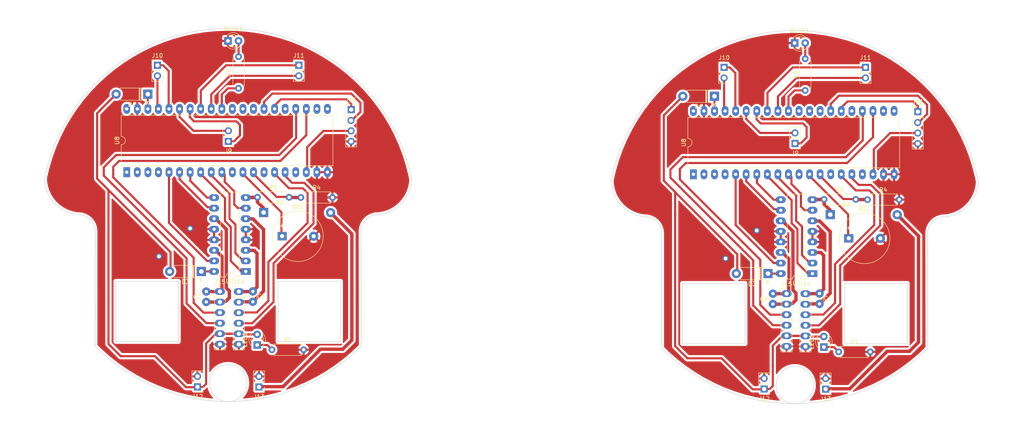
<source format=kicad_pcb>
(kicad_pcb (version 20171130) (host pcbnew 5.1.5-52549c5~84~ubuntu18.04.1)
  (layers (0 F.Cu signal) (31 B.Cu signal) (34 B.Paste user) (35 F.Paste user) (36 B.SilkS user) (37 F.SilkS user) (38 B.Mask user) (39 F.Mask user) (44 Edge.Cuts user))
  (net 0 "")
  (net 1 "Net-(BLUE1-Pad2)")
  (net 2 GND)
  (net 3 BUZZ_IN)
  (net 4 "Net-(C1-Pad2)")
  (net 5 "Net-(C1-Pad1)")
  (net 6 "Net-(C2-Pad2)")
  (net 7 "Net-(C2-Pad1)")
  (net 8 "Net-(J9-Pad2)")
  (net 9 "Net-(J9-Pad1)")
  (net 10 "Net-(J10-Pad2)")
  (net 11 "Net-(J10-Pad1)")
  (net 12 "Net-(J11-Pad2)")
  (net 13 "Net-(J11-Pad1)")
  (net 14 +5V)
  (net 15 +12V)
  (net 16 rEn_B)
  (net 17 rEn_A)
  (net 18 lEn_B)
  (net 19 lEn_A)
  (net 20 3V3)
  (net 21 "Net-(J16-Pad2)")
  (net 22 "Net-(J16-Pad1)")
  (net 23 Bat_IN)
  (net 24 LED_IN)
  (net 25 "Net-(U7-Pad15)")
  (net 26 "Net-(U7-Pad7)")
  (net 27 "Net-(U7-Pad10)")
  (net 28 "Net-(U7-Pad2)")
  (net 29 "Net-(U7-Pad9)")
  (net 30 "Net-(U7-Pad1)")
  (net 31 "Net-(U8-Pad1)")
  (net 32 "Net-(U8-Pad2)")
  (net 33 "Net-(U8-Pad3)")
  (net 34 "Net-(U8-Pad4)")
  (net 35 "Net-(U8-Pad7)")
  (net 36 "Net-(U8-Pad32)")
  (net 37 "Net-(U8-Pad33)")
  (net 38 "Net-(U8-Pad16)")
  (net 39 "Net-(U8-Pad19)")
  (net 40 "Net-(U8-Pad38)")
  (net 41 "Net-(D1-Pad1)")
  (net 42 "Net-(U8-Pad29)")
  (net 43 "Net-(U8-Pad26)")
  (net 44 "Net-(U8-Pad25)")
  (net 45 "Net-(D2-Pad2)")
  (net 46 "Net-(D3-Pad1)")
  (net 47 "Net-(LED1-Pad1)")
  (module Resistor_THT:R_Axial_DIN0207_L6.3mm_D2.5mm_P7.62mm_Horizontal (layer F.Cu) (at 234.01528 78.6638)
    (fp_text reference R4 (at 3.81 -2.37) (layer F.SilkS))
    (fp_text value 1k)
    (pad 1 thru_hole circle (at 0 0) (size 1.6 1.6) (drill 0.8) (layers *.Cu *.Mask) (net 23 Bat_IN))
    (pad 2 thru_hole oval (at 7.62 0) (size 1.6 1.6) (drill 0.8) (layers *.Cu *.Mask) (net 2 GND))
  )
  (module Resistor_THT:R_Axial_DIN0207_L6.3mm_D2.5mm_P7.62mm_Horizontal (layer F.Cu) (at 227.076 115.316)
    (fp_text reference R1 (at 3.81 -2.37) (layer F.SilkS))
    (fp_text value 470)
    (pad 1 thru_hole circle (at 0 0) (size 1.6 1.6) (drill 0.8) (layers *.Cu *.Mask) (net 47 "Net-(LED1-Pad1)"))
    (pad 2 thru_hole oval (at 7.62 0) (size 1.6 1.6) (drill 0.8) (layers *.Cu *.Mask) (net 2 GND))
  )
  (module Connector_PinHeader_2.54mm:PinHeader_1x02_P2.54mm_Vertical (layer F.Cu) (at 209.16392 124.26188 180)
    (fp_text reference J12 (at 0 -2.33) (layer F.SilkS))
    (fp_text value +5V_RAIL)
    (pad 1 thru_hole rect (at 0 0 180) (size 1.7 1.7) (drill 1) (layers *.Cu *.Mask) (net 14 +5V))
    (pad 2 thru_hole oval (at 0 2.54 180) (size 1.7 1.7) (drill 1) (layers *.Cu *.Mask) (net 2 GND))
  )
  (module Capacitor_THT:C_Disc_D3.0mm_W1.6mm_P2.50mm (layer F.Cu) (at 211.2772 101.3098 270)
    (fp_text reference C2 (at 1.3062 2.159 180) (layer F.SilkS))
    (fp_text value C_Small)
    (pad 1 thru_hole circle (at 0 0 270) (size 2 2) (drill 0.8) (layers *.Cu *.Mask) (net 7 "Net-(C2-Pad1)"))
    (pad 2 thru_hole circle (at 2.5 0 270) (size 2 2) (drill 0.8) (layers *.Cu *.Mask) (net 6 "Net-(C2-Pad2)"))
  )
  (module BluePill:STM32 (layer F.Cu) (at 192.151 72.5678 90)
    (fp_text reference U8 (at 7.62 -2.33 90) (layer F.SilkS))
    (fp_text value BluePill)
    (pad 1 thru_hole rect (at 0 0 90) (size 2.4 1.6) (drill 0.8) (layers *.Cu *.Mask) (net 31 "Net-(U8-Pad1)"))
    (pad 25 thru_hole oval (at 15.24 48.26 90) (size 2.4 1.6) (drill 0.8) (layers *.Cu *.Mask) (net 44 "Net-(U8-Pad25)"))
    (pad 2 thru_hole oval (at 0 2.54 90) (size 2.4 1.6) (drill 0.8) (layers *.Cu *.Mask) (net 32 "Net-(U8-Pad2)"))
    (pad 26 thru_hole oval (at 15.24 45.72 90) (size 2.4 1.6) (drill 0.8) (layers *.Cu *.Mask) (net 43 "Net-(U8-Pad26)"))
    (pad 3 thru_hole oval (at 0 5.08 90) (size 2.4 1.6) (drill 0.8) (layers *.Cu *.Mask) (net 33 "Net-(U8-Pad3)"))
    (pad 27 thru_hole oval (at 15.24 43.18 90) (size 2.4 1.6) (drill 0.8) (layers *.Cu *.Mask) (net 19 lEn_A))
    (pad 4 thru_hole oval (at 0 7.62 90) (size 2.4 1.6) (drill 0.8) (layers *.Cu *.Mask) (net 34 "Net-(U8-Pad4)"))
    (pad 28 thru_hole oval (at 15.24 40.64 90) (size 2.4 1.6) (drill 0.8) (layers *.Cu *.Mask) (net 18 lEn_B))
    (pad 10 thru_hole oval (at 0 10.16 90) (size 2.4 1.6) (drill 0.8) (layers *.Cu *.Mask) (net 25 "Net-(U7-Pad15)"))
    (pad 29 thru_hole oval (at 15.24 38.1 90) (size 2.4 1.6) (drill 0.8) (layers *.Cu *.Mask) (net 42 "Net-(U8-Pad29)"))
    (pad 11 thru_hole oval (at 0 12.7 90) (size 2.4 1.6) (drill 0.8) (layers *.Cu *.Mask) (net 27 "Net-(U7-Pad10)"))
    (pad 30 thru_hole oval (at 15.24 35.56 90) (size 2.4 1.6) (drill 0.8) (layers *.Cu *.Mask) (net 21 "Net-(J16-Pad2)"))
    (pad 12 thru_hole oval (at 0 15.24 90) (size 2.4 1.6) (drill 0.8) (layers *.Cu *.Mask) (net 29 "Net-(U7-Pad9)"))
    (pad 31 thru_hole oval (at 15.24 33.02 90) (size 2.4 1.6) (drill 0.8) (layers *.Cu *.Mask) (net 22 "Net-(J16-Pad1)"))
    (pad 13 thru_hole oval (at 0 17.78 90) (size 2.4 1.6) (drill 0.8) (layers *.Cu *.Mask) (net 30 "Net-(U7-Pad1)"))
    (pad 32 thru_hole oval (at 15.24 30.48 90) (size 2.4 1.6) (drill 0.8) (layers *.Cu *.Mask) (net 36 "Net-(U8-Pad32)"))
    (pad 14 thru_hole oval (at 0 20.32 90) (size 2.4 1.6) (drill 0.8) (layers *.Cu *.Mask) (net 28 "Net-(U7-Pad2)"))
    (pad 33 thru_hole oval (at 15.24 27.94 90) (size 2.4 1.6) (drill 0.8) (layers *.Cu *.Mask) (net 37 "Net-(U8-Pad33)"))
    (pad 15 thru_hole oval (at 0 22.86 90) (size 2.4 1.6) (drill 0.8) (layers *.Cu *.Mask) (net 26 "Net-(U7-Pad7)"))
    (pad 38 thru_hole oval (at 15.24 25.4 90) (size 2.4 1.6) (drill 0.8) (layers *.Cu *.Mask) (net 40 "Net-(U8-Pad38)"))
    (pad 16 thru_hole oval (at 0 25.4 90) (size 2.4 1.6) (drill 0.8) (layers *.Cu *.Mask) (net 38 "Net-(U8-Pad16)"))
    (pad 39 thru_hole oval (at 15.24 22.86 90) (size 2.4 1.6) (drill 0.8) (layers *.Cu *.Mask) (net 24 LED_IN))
    (pad 17 thru_hole oval (at 0 27.94 90) (size 2.4 1.6) (drill 0.8) (layers *.Cu *.Mask) (net 3 BUZZ_IN))
    (pad 40 thru_hole oval (at 15.24 20.32 90) (size 2.4 1.6) (drill 0.8) (layers *.Cu *.Mask) (net 12 "Net-(J11-Pad2)"))
    (pad 18 thru_hole oval (at 0 30.48 90) (size 2.4 1.6) (drill 0.8) (layers *.Cu *.Mask) (net 23 Bat_IN))
    (pad 41 thru_hole oval (at 15.24 17.78 90) (size 2.4 1.6) (drill 0.8) (layers *.Cu *.Mask) (net 13 "Net-(J11-Pad1)"))
    (pad 19 thru_hole oval (at 0 33.02 90) (size 2.4 1.6) (drill 0.8) (layers *.Cu *.Mask) (net 39 "Net-(U8-Pad19)"))
    (pad 42 thru_hole oval (at 15.24 15.24 90) (size 2.4 1.6) (drill 0.8) (layers *.Cu *.Mask) (net 9 "Net-(J9-Pad1)"))
    (pad 21 thru_hole oval (at 0 35.56 90) (size 2.4 1.6) (drill 0.8) (layers *.Cu *.Mask) (net 17 rEn_A))
    (pad 43 thru_hole oval (at 15.24 12.7 90) (size 2.4 1.6) (drill 0.8) (layers *.Cu *.Mask) (net 8 "Net-(J9-Pad2)"))
    (pad 22 thru_hole oval (at 0 38.1 90) (size 2.4 1.6) (drill 0.8) (layers *.Cu *.Mask) (net 16 rEn_B))
    (pad 45 thru_hole oval (at 15.24 10.16 90) (size 2.4 1.6) (drill 0.8) (layers *.Cu *.Mask) (net 11 "Net-(J10-Pad1)"))
    (pad 7 thru_hole oval (at 0 40.64 90) (size 2.4 1.6) (drill 0.8) (layers *.Cu *.Mask) (net 35 "Net-(U8-Pad7)"))
    (pad 46 thru_hole oval (at 15.24 7.62 90) (size 2.4 1.6) (drill 0.8) (layers *.Cu *.Mask) (net 10 "Net-(J10-Pad2)"))
    (pad 3V3 thru_hole oval (at 0 43.18 90) (size 2.4 1.6) (drill 0.8) (layers *.Cu *.Mask) (net 20 3V3))
    (pad 5V thru_hole oval (at 15.24 5.08 90) (size 2.4 1.6) (drill 0.8) (layers *.Cu *.Mask) (net 41 "Net-(D1-Pad1)"))
    (pad GND thru_hole oval (at 0 45.72 90) (size 2.4 1.6) (drill 0.8) (layers *.Cu *.Mask) (net 2 GND))
    (pad GND thru_hole oval (at 15.24 2.54 90) (size 2.4 1.6) (drill 0.8) (layers *.Cu *.Mask) (net 2 GND))
    (pad GND thru_hole oval (at 0 48.26 90) (size 2.4 1.6) (drill 0.8) (layers *.Cu *.Mask) (net 2 GND))
    (pad 3V3 thru_hole oval (at 15.24 0 90) (size 2.4 1.6) (drill 0.8) (layers *.Cu *.Mask) (net 20 3V3))
  )
  (module Connector_PinHeader_2.54mm:PinHeader_1x02_P2.54mm_Vertical (layer F.Cu) (at 233.533 46.8296)
    (fp_text reference J11 (at 0 -2.33) (layer F.SilkS))
    (fp_text value X3X4)
    (pad 1 thru_hole rect (at 0 0) (size 1.7 1.7) (drill 1) (layers *.Cu *.Mask) (net 13 "Net-(J11-Pad1)"))
    (pad 2 thru_hole oval (at 0 2.54) (size 1.7 1.7) (drill 1) (layers *.Cu *.Mask) (net 12 "Net-(J11-Pad2)"))
  )
  (module Package_DIP:DIP-16_W7.62mm_LongPads (layer F.Cu) (at 220.7768 96.4692 180)
    (fp_text reference U7 (at 3.81 -2.33) (layer F.SilkS))
    (fp_text value L293D)
    (pad 1 thru_hole rect (at 0 0 180) (size 2.4 1.6) (drill 0.8) (layers *.Cu *.Mask) (net 30 "Net-(U7-Pad1)"))
    (pad 9 thru_hole oval (at 7.62 17.78 180) (size 2.4 1.6) (drill 0.8) (layers *.Cu *.Mask) (net 29 "Net-(U7-Pad9)"))
    (pad 2 thru_hole oval (at 0 2.54 180) (size 2.4 1.6) (drill 0.8) (layers *.Cu *.Mask) (net 28 "Net-(U7-Pad2)"))
    (pad 10 thru_hole oval (at 7.62 15.24 180) (size 2.4 1.6) (drill 0.8) (layers *.Cu *.Mask) (net 27 "Net-(U7-Pad10)"))
    (pad 3 thru_hole oval (at 0 5.08 180) (size 2.4 1.6) (drill 0.8) (layers *.Cu *.Mask) (net 5 "Net-(C1-Pad1)"))
    (pad 11 thru_hole oval (at 7.62 12.7 180) (size 2.4 1.6) (drill 0.8) (layers *.Cu *.Mask) (net 6 "Net-(C2-Pad2)"))
    (pad 4 thru_hole oval (at 0 7.62 180) (size 2.4 1.6) (drill 0.8) (layers *.Cu *.Mask) (net 2 GND))
    (pad 12 thru_hole oval (at 7.62 10.16 180) (size 2.4 1.6) (drill 0.8) (layers *.Cu *.Mask) (net 2 GND))
    (pad 5 thru_hole oval (at 0 10.16 180) (size 2.4 1.6) (drill 0.8) (layers *.Cu *.Mask) (net 2 GND))
    (pad 13 thru_hole oval (at 7.62 7.62 180) (size 2.4 1.6) (drill 0.8) (layers *.Cu *.Mask) (net 2 GND))
    (pad 6 thru_hole oval (at 0 12.7 180) (size 2.4 1.6) (drill 0.8) (layers *.Cu *.Mask) (net 4 "Net-(C1-Pad2)"))
    (pad 14 thru_hole oval (at 7.62 5.08 180) (size 2.4 1.6) (drill 0.8) (layers *.Cu *.Mask) (net 7 "Net-(C2-Pad1)"))
    (pad 7 thru_hole oval (at 0 15.24 180) (size 2.4 1.6) (drill 0.8) (layers *.Cu *.Mask) (net 26 "Net-(U7-Pad7)"))
    (pad 15 thru_hole oval (at 7.62 2.54 180) (size 2.4 1.6) (drill 0.8) (layers *.Cu *.Mask) (net 25 "Net-(U7-Pad15)"))
    (pad 8 thru_hole oval (at 0 17.78 180) (size 2.4 1.6) (drill 0.8) (layers *.Cu *.Mask) (net 15 +12V))
    (pad 16 thru_hole oval (at 7.62 0 180) (size 2.4 1.6) (drill 0.8) (layers *.Cu *.Mask) (net 46 "Net-(D3-Pad1)"))
  )
  (module LED_THT:LED_D3.0mm (layer F.Cu) (at 223.52 114.173 90)
    (fp_text reference LED1 (at 1.27 -2.96 90) (layer F.SilkS))
    (fp_text value RED)
    (pad 1 thru_hole rect (at 0 0 90) (size 1.8 1.8) (drill 0.9) (layers *.Cu *.Mask) (net 47 "Net-(LED1-Pad1)"))
    (pad 2 thru_hole circle (at 2.54 0 90) (size 1.8 1.8) (drill 0.9) (layers *.Cu *.Mask) (net 14 +5V))
  )
  (module LED_THT:LED_D3.0mm (layer F.Cu) (at 216.492 40.961)
    (fp_text reference BLUE1 (at 1.27 -2.96) (layer F.SilkS))
    (fp_text value LED)
    (pad 1 thru_hole rect (at 0 0) (size 1.8 1.8) (drill 0.9) (layers *.Cu *.Mask) (net 2 GND))
    (pad 2 thru_hole circle (at 2.54 0) (size 1.8 1.8) (drill 0.9) (layers *.Cu *.Mask) (net 1 "Net-(BLUE1-Pad2)"))
  )
  (module Buzzer_Beeper:Buzzer_12x9.5RM7.6 (layer F.Cu) (at 229.50932 87.98052)
    (fp_text reference BZ1 (at 3.8 -7.2) (layer F.SilkS))
    (fp_text value Buzzer)
    (fp_text user + (at -0.01 -2.54) (layer F.SilkS))
    (pad 1 thru_hole rect (at 0 0) (size 2.2 2) (drill 1) (layers *.Cu *.Mask) (net 3 BUZZ_IN))
    (pad 2 thru_hole circle (at 7.6 0) (size 2.2 2.2) (drill 1) (layers *.Cu *.Mask) (net 2 GND))
  )
  (module Connector_PinHeader_2.54mm:PinHeader_1x02_P2.54mm_Vertical (layer F.Cu) (at 199.533 46.8296)
    (fp_text reference J10 (at 0 -2.33) (layer F.SilkS))
    (fp_text value X1X2)
    (pad 1 thru_hole rect (at 0 0) (size 1.7 1.7) (drill 1) (layers *.Cu *.Mask) (net 11 "Net-(J10-Pad1)"))
    (pad 2 thru_hole oval (at 0 2.54) (size 1.7 1.7) (drill 1) (layers *.Cu *.Mask) (net 10 "Net-(J10-Pad2)"))
  )
  (module Capacitor_THT:C_Disc_D3.0mm_W1.6mm_P2.50mm (layer F.Cu) (at 222.4786 101.2698 270)
    (fp_text reference C1 (at 1.1938 -2.0066 180) (layer F.SilkS))
    (fp_text value C_Small)
    (pad 1 thru_hole circle (at 0 0 270) (size 2 2) (drill 0.8) (layers *.Cu *.Mask) (net 5 "Net-(C1-Pad1)"))
    (pad 2 thru_hole circle (at 2.5 0 270) (size 2 2) (drill 0.8) (layers *.Cu *.Mask) (net 4 "Net-(C1-Pad2)"))
  )
  (module Connector_PinHeader_2.54mm:PinHeader_1x02_P2.54mm_Vertical (layer F.Cu) (at 216.5858 65.151 180)
    (fp_text reference J9 (at 0 -2.33) (layer F.SilkS))
    (fp_text value I2C)
    (pad 1 thru_hole rect (at 0 0 180) (size 1.7 1.7) (drill 1) (layers *.Cu *.Mask) (net 9 "Net-(J9-Pad1)"))
    (pad 2 thru_hole oval (at 0 2.54 180) (size 1.7 1.7) (drill 1) (layers *.Cu *.Mask) (net 8 "Net-(J9-Pad2)"))
  )
  (module Connector_PinHeader_2.54mm:PinHeader_1x06_P2.54mm_Vertical (layer F.Cu) (at 214.5538 101.2952)
    (fp_text reference J15 (at 0 -2.33 180) (layer F.SilkS))
    (fp_text value Motor_LEFT)
    (pad 1 thru_hole oval (at 0 0) (size 2.4 1.6) (drill 1) (layers *.Cu *.Mask) (net 7 "Net-(C2-Pad1)"))
    (pad 2 thru_hole oval (at 0 2.54) (size 2.4 1.6) (drill 1) (layers *.Cu *.Mask) (net 6 "Net-(C2-Pad2)"))
    (pad 3 thru_hole oval (at 0 5.08) (size 2.4 1.6) (drill 1) (layers *.Cu *.Mask) (net 19 lEn_A))
    (pad 4 thru_hole oval (at 0 7.62) (size 2.4 1.6) (drill 1) (layers *.Cu *.Mask) (net 18 lEn_B))
    (pad 5 thru_hole oval (at 0 10.16) (size 2.4 1.6) (drill 1) (layers *.Cu *.Mask) (net 14 +5V))
    (pad 6 thru_hole oval (at 0 12.7) (size 2.4 1.6) (drill 1) (layers *.Cu *.Mask) (net 2 GND))
  )
  (module Connector_PinHeader_2.54mm:PinHeader_1x06_P2.54mm_Vertical (layer F.Cu) (at 219.1004 101.3206)
    (fp_text reference J14 (at 0 -2.33) (layer F.SilkS))
    (fp_text value Motor_RIGHT)
    (pad 1 thru_hole oval (at 0 0) (size 2.4 1.6) (drill 1) (layers *.Cu *.Mask) (net 5 "Net-(C1-Pad1)"))
    (pad 2 thru_hole oval (at 0 2.54) (size 2.4 1.6) (drill 1) (layers *.Cu *.Mask) (net 4 "Net-(C1-Pad2)"))
    (pad 3 thru_hole oval (at 0 5.08) (size 2.4 1.6) (drill 1) (layers *.Cu *.Mask) (net 17 rEn_A))
    (pad 4 thru_hole oval (at 0 7.62) (size 2.4 1.6) (drill 1) (layers *.Cu *.Mask) (net 16 rEn_B))
    (pad 5 thru_hole oval (at 0 10.16) (size 2.4 1.6) (drill 1) (layers *.Cu *.Mask) (net 14 +5V))
    (pad 6 thru_hole oval (at 0 12.7) (size 2.4 1.6) (drill 1) (layers *.Cu *.Mask) (net 2 GND))
  )
  (module Diode_THT:D_DO-41_SOD81_P7.62mm_Horizontal (layer F.Cu) (at 197.22084 53.78704 180)
    (fp_text reference D1 (at 3.81 -2.47) (layer F.SilkS))
    (fp_text value D)
    (fp_text user K (at 0 -2.1) (layer F.SilkS))
    (pad 1 thru_hole rect (at 0 0 180) (size 2.2 2.2) (drill 1.1) (layers *.Cu *.Mask) (net 41 "Net-(D1-Pad1)"))
    (pad 2 thru_hole oval (at 7.62 0 180) (size 2.2 2.2) (drill 1.1) (layers *.Cu *.Mask) (net 14 +5V))
  )
  (module Connector_PinHeader_2.54mm:PinHeader_1x04_P2.54mm_Vertical (layer F.Cu) (at 246.10568 57.55132)
    (fp_text reference J16 (at 0 -2.33) (layer F.SilkS))
    (fp_text value Programmer)
    (pad 1 thru_hole oval (at -0.0254 2.5654) (size 1.7 1.7) (drill 1) (layers *.Cu *.Mask) (net 22 "Net-(J16-Pad1)"))
    (pad 2 thru_hole rect (at 0.0254 -0.0508) (size 1.7 1.7) (drill 1) (layers *.Cu *.Mask) (net 21 "Net-(J16-Pad2)"))
    (pad 3 thru_hole oval (at 0 5.08) (size 1.7 1.7) (drill 1) (layers *.Cu *.Mask) (net 20 3V3))
    (pad 4 thru_hole oval (at 0 7.62) (size 1.7 1.7) (drill 1) (layers *.Cu *.Mask) (net 2 GND))
  )
  (module Diode_THT:D_DO-41_SOD81_P7.62mm_Horizontal (layer F.Cu) (at 210.08848 96.47428 180)
    (fp_text reference D3 (at 3.81 -2.47) (layer F.SilkS))
    (fp_text value D)
    (fp_text user K (at 0 -2.1) (layer F.SilkS))
    (pad 1 thru_hole rect (at 0 0 180) (size 2.2 2.2) (drill 1.1) (layers *.Cu *.Mask) (net 46 "Net-(D3-Pad1)"))
    (pad 2 thru_hole oval (at 7.62 0 180) (size 2.2 2.2) (drill 1.1) (layers *.Cu *.Mask) (net 14 +5V))
  )
  (module Connector_PinHeader_2.54mm:PinHeader_1x02_P2.54mm_Vertical (layer F.Cu) (at 223.94672 124.28728 180)
    (fp_text reference J13 (at 0 -2.33) (layer F.SilkS))
    (fp_text value +12V_RAIL)
    (pad 1 thru_hole rect (at 0 0 180) (size 1.7 1.7) (drill 1) (layers *.Cu *.Mask) (net 45 "Net-(D2-Pad2)"))
    (pad 2 thru_hole oval (at 0 2.54 180) (size 1.7 1.7) (drill 1) (layers *.Cu *.Mask) (net 2 GND))
  )
  (module Resistor_THT:R_Axial_DIN0207_L6.3mm_D2.5mm_P7.62mm_Horizontal (layer F.Cu) (at 219.03944 52.37988 90)
    (fp_text reference R6 (at 3.81 -2.37 90) (layer F.SilkS))
    (fp_text value 470)
    (pad 1 thru_hole circle (at 0 0 90) (size 1.6 1.6) (drill 0.8) (layers *.Cu *.Mask) (net 24 LED_IN))
    (pad 2 thru_hole oval (at 7.62 0 90) (size 1.6 1.6) (drill 0.8) (layers *.Cu *.Mask) (net 1 "Net-(BLUE1-Pad2)"))
  )
  (module Resistor_THT:R_Axial_DIN0207_L6.3mm_D2.5mm_P7.62mm_Horizontal (layer F.Cu) (at 223.57588 78.613)
    (fp_text reference R5 (at 3.81 -2.37) (layer F.SilkS))
    (fp_text value 10k)
    (pad 1 thru_hole circle (at 0 0) (size 1.6 1.6) (drill 0.8) (layers *.Cu *.Mask) (net 15 +12V))
    (pad 2 thru_hole oval (at 7.62 0) (size 1.6 1.6) (drill 0.8) (layers *.Cu *.Mask) (net 23 Bat_IN))
  )
  (module Diode_THT:D_DO-41_SOD81_P7.62mm_Horizontal (layer F.Cu) (at 225.06432 82.27568)
    (fp_text reference D2 (at 3.81 -2.47) (layer F.SilkS))
    (fp_text value D)
    (pad 1 thru_hole rect (at 0 0) (size 2.2 2.2) (drill 1.1) (layers *.Cu *.Mask) (net 15 +12V))
    (pad 2 thru_hole oval (at 16.09852 0.0254) (size 2.2 2.2) (drill 1.1) (layers *.Cu *.Mask) (net 45 "Net-(D2-Pad2)"))
  )
  (module Resistor_THT:R_Axial_DIN0207_L6.3mm_D2.5mm_P7.62mm_Horizontal (layer F.Cu) (at 90.805 114.808)
    (fp_text reference R1 (at 3.81 -2.37) (layer F.SilkS))
    (fp_text value 470)
    (pad 2 thru_hole oval (at 7.62 0) (size 1.6 1.6) (drill 0.8) (layers *.Cu *.Mask) (net 2 GND))
    (pad 1 thru_hole circle (at 0 0) (size 1.6 1.6) (drill 0.8) (layers *.Cu *.Mask) (net 47 "Net-(LED1-Pad1)"))
  )
  (module LED_THT:LED_D3.0mm (layer F.Cu) (at 87.249 113.665 90)
    (fp_text reference LED1 (at 1.27 -2.96 90) (layer F.SilkS))
    (fp_text value RED)
    (pad 2 thru_hole circle (at 2.54 0 90) (size 1.8 1.8) (drill 0.9) (layers *.Cu *.Mask) (net 14 +5V))
    (pad 1 thru_hole rect (at 0 0 90) (size 1.8 1.8) (drill 0.9) (layers *.Cu *.Mask) (net 47 "Net-(LED1-Pad1)"))
  )
  (module Resistor_THT:R_Axial_DIN0207_L6.3mm_D2.5mm_P7.62mm_Horizontal (layer F.Cu) (at 82.76844 51.87188 90)
    (fp_text reference R6 (at 3.81 -2.37 90) (layer F.SilkS))
    (fp_text value 470)
    (pad 2 thru_hole oval (at 7.62 0 90) (size 1.6 1.6) (drill 0.8) (layers *.Cu *.Mask) (net 1 "Net-(BLUE1-Pad2)"))
    (pad 1 thru_hole circle (at 0 0 90) (size 1.6 1.6) (drill 0.8) (layers *.Cu *.Mask) (net 24 LED_IN))
  )
  (module Package_DIP:DIP-16_W7.62mm_LongPads (layer F.Cu) (at 84.5058 95.9612 180)
    (fp_text reference U7 (at 3.81 -2.33) (layer F.SilkS))
    (fp_text value L293D)
    (pad 16 thru_hole oval (at 7.62 0 180) (size 2.4 1.6) (drill 0.8) (layers *.Cu *.Mask) (net 46 "Net-(D3-Pad1)"))
    (pad 8 thru_hole oval (at 0 17.78 180) (size 2.4 1.6) (drill 0.8) (layers *.Cu *.Mask) (net 15 +12V))
    (pad 15 thru_hole oval (at 7.62 2.54 180) (size 2.4 1.6) (drill 0.8) (layers *.Cu *.Mask) (net 25 "Net-(U7-Pad15)"))
    (pad 7 thru_hole oval (at 0 15.24 180) (size 2.4 1.6) (drill 0.8) (layers *.Cu *.Mask) (net 26 "Net-(U7-Pad7)"))
    (pad 14 thru_hole oval (at 7.62 5.08 180) (size 2.4 1.6) (drill 0.8) (layers *.Cu *.Mask) (net 7 "Net-(C2-Pad1)"))
    (pad 6 thru_hole oval (at 0 12.7 180) (size 2.4 1.6) (drill 0.8) (layers *.Cu *.Mask) (net 4 "Net-(C1-Pad2)"))
    (pad 13 thru_hole oval (at 7.62 7.62 180) (size 2.4 1.6) (drill 0.8) (layers *.Cu *.Mask) (net 2 GND))
    (pad 5 thru_hole oval (at 0 10.16 180) (size 2.4 1.6) (drill 0.8) (layers *.Cu *.Mask) (net 2 GND))
    (pad 12 thru_hole oval (at 7.62 10.16 180) (size 2.4 1.6) (drill 0.8) (layers *.Cu *.Mask) (net 2 GND))
    (pad 4 thru_hole oval (at 0 7.62 180) (size 2.4 1.6) (drill 0.8) (layers *.Cu *.Mask) (net 2 GND))
    (pad 11 thru_hole oval (at 7.62 12.7 180) (size 2.4 1.6) (drill 0.8) (layers *.Cu *.Mask) (net 6 "Net-(C2-Pad2)"))
    (pad 3 thru_hole oval (at 0 5.08 180) (size 2.4 1.6) (drill 0.8) (layers *.Cu *.Mask) (net 5 "Net-(C1-Pad1)"))
    (pad 10 thru_hole oval (at 7.62 15.24 180) (size 2.4 1.6) (drill 0.8) (layers *.Cu *.Mask) (net 27 "Net-(U7-Pad10)"))
    (pad 2 thru_hole oval (at 0 2.54 180) (size 2.4 1.6) (drill 0.8) (layers *.Cu *.Mask) (net 28 "Net-(U7-Pad2)"))
    (pad 9 thru_hole oval (at 7.62 17.78 180) (size 2.4 1.6) (drill 0.8) (layers *.Cu *.Mask) (net 29 "Net-(U7-Pad9)"))
    (pad 1 thru_hole rect (at 0 0 180) (size 2.4 1.6) (drill 0.8) (layers *.Cu *.Mask) (net 30 "Net-(U7-Pad1)"))
  )
  (module Connector_PinHeader_2.54mm:PinHeader_1x02_P2.54mm_Vertical (layer F.Cu) (at 97.262 46.3216)
    (fp_text reference J11 (at 0 -2.33) (layer F.SilkS))
    (fp_text value X3X4)
    (pad 2 thru_hole oval (at 0 2.54) (size 1.7 1.7) (drill 1) (layers *.Cu *.Mask) (net 12 "Net-(J11-Pad2)"))
    (pad 1 thru_hole rect (at 0 0) (size 1.7 1.7) (drill 1) (layers *.Cu *.Mask) (net 13 "Net-(J11-Pad1)"))
  )
  (module Connector_PinHeader_2.54mm:PinHeader_1x02_P2.54mm_Vertical (layer F.Cu) (at 72.89292 123.75388 180)
    (fp_text reference J12 (at 0 -2.33) (layer F.SilkS))
    (fp_text value +5V_RAIL)
    (pad 2 thru_hole oval (at 0 2.54 180) (size 1.7 1.7) (drill 1) (layers *.Cu *.Mask) (net 2 GND))
    (pad 1 thru_hole rect (at 0 0 180) (size 1.7 1.7) (drill 1) (layers *.Cu *.Mask) (net 14 +5V))
  )
  (module BluePill:STM32 (layer F.Cu) (at 55.88 72.0598 90)
    (fp_text reference U8 (at 7.62 -2.33 90) (layer F.SilkS))
    (fp_text value BluePill)
    (pad 3V3 thru_hole oval (at 15.24 0 90) (size 2.4 1.6) (drill 0.8) (layers *.Cu *.Mask) (net 20 3V3))
    (pad GND thru_hole oval (at 0 48.26 90) (size 2.4 1.6) (drill 0.8) (layers *.Cu *.Mask) (net 2 GND))
    (pad GND thru_hole oval (at 15.24 2.54 90) (size 2.4 1.6) (drill 0.8) (layers *.Cu *.Mask) (net 2 GND))
    (pad GND thru_hole oval (at 0 45.72 90) (size 2.4 1.6) (drill 0.8) (layers *.Cu *.Mask) (net 2 GND))
    (pad 5V thru_hole oval (at 15.24 5.08 90) (size 2.4 1.6) (drill 0.8) (layers *.Cu *.Mask) (net 41 "Net-(D1-Pad1)"))
    (pad 3V3 thru_hole oval (at 0 43.18 90) (size 2.4 1.6) (drill 0.8) (layers *.Cu *.Mask) (net 20 3V3))
    (pad 46 thru_hole oval (at 15.24 7.62 90) (size 2.4 1.6) (drill 0.8) (layers *.Cu *.Mask) (net 10 "Net-(J10-Pad2)"))
    (pad 7 thru_hole oval (at 0 40.64 90) (size 2.4 1.6) (drill 0.8) (layers *.Cu *.Mask) (net 35 "Net-(U8-Pad7)"))
    (pad 45 thru_hole oval (at 15.24 10.16 90) (size 2.4 1.6) (drill 0.8) (layers *.Cu *.Mask) (net 11 "Net-(J10-Pad1)"))
    (pad 22 thru_hole oval (at 0 38.1 90) (size 2.4 1.6) (drill 0.8) (layers *.Cu *.Mask) (net 16 rEn_B))
    (pad 43 thru_hole oval (at 15.24 12.7 90) (size 2.4 1.6) (drill 0.8) (layers *.Cu *.Mask) (net 8 "Net-(J9-Pad2)"))
    (pad 21 thru_hole oval (at 0 35.56 90) (size 2.4 1.6) (drill 0.8) (layers *.Cu *.Mask) (net 17 rEn_A))
    (pad 42 thru_hole oval (at 15.24 15.24 90) (size 2.4 1.6) (drill 0.8) (layers *.Cu *.Mask) (net 9 "Net-(J9-Pad1)"))
    (pad 19 thru_hole oval (at 0 33.02 90) (size 2.4 1.6) (drill 0.8) (layers *.Cu *.Mask) (net 39 "Net-(U8-Pad19)"))
    (pad 41 thru_hole oval (at 15.24 17.78 90) (size 2.4 1.6) (drill 0.8) (layers *.Cu *.Mask) (net 13 "Net-(J11-Pad1)"))
    (pad 18 thru_hole oval (at 0 30.48 90) (size 2.4 1.6) (drill 0.8) (layers *.Cu *.Mask) (net 23 Bat_IN))
    (pad 40 thru_hole oval (at 15.24 20.32 90) (size 2.4 1.6) (drill 0.8) (layers *.Cu *.Mask) (net 12 "Net-(J11-Pad2)"))
    (pad 17 thru_hole oval (at 0 27.94 90) (size 2.4 1.6) (drill 0.8) (layers *.Cu *.Mask) (net 3 BUZZ_IN))
    (pad 39 thru_hole oval (at 15.24 22.86 90) (size 2.4 1.6) (drill 0.8) (layers *.Cu *.Mask) (net 24 LED_IN))
    (pad 16 thru_hole oval (at 0 25.4 90) (size 2.4 1.6) (drill 0.8) (layers *.Cu *.Mask) (net 38 "Net-(U8-Pad16)"))
    (pad 38 thru_hole oval (at 15.24 25.4 90) (size 2.4 1.6) (drill 0.8) (layers *.Cu *.Mask) (net 40 "Net-(U8-Pad38)"))
    (pad 15 thru_hole oval (at 0 22.86 90) (size 2.4 1.6) (drill 0.8) (layers *.Cu *.Mask) (net 26 "Net-(U7-Pad7)"))
    (pad 33 thru_hole oval (at 15.24 27.94 90) (size 2.4 1.6) (drill 0.8) (layers *.Cu *.Mask) (net 37 "Net-(U8-Pad33)"))
    (pad 14 thru_hole oval (at 0 20.32 90) (size 2.4 1.6) (drill 0.8) (layers *.Cu *.Mask) (net 28 "Net-(U7-Pad2)"))
    (pad 32 thru_hole oval (at 15.24 30.48 90) (size 2.4 1.6) (drill 0.8) (layers *.Cu *.Mask) (net 36 "Net-(U8-Pad32)"))
    (pad 13 thru_hole oval (at 0 17.78 90) (size 2.4 1.6) (drill 0.8) (layers *.Cu *.Mask) (net 30 "Net-(U7-Pad1)"))
    (pad 31 thru_hole oval (at 15.24 33.02 90) (size 2.4 1.6) (drill 0.8) (layers *.Cu *.Mask) (net 22 "Net-(J16-Pad1)"))
    (pad 12 thru_hole oval (at 0 15.24 90) (size 2.4 1.6) (drill 0.8) (layers *.Cu *.Mask) (net 29 "Net-(U7-Pad9)"))
    (pad 30 thru_hole oval (at 15.24 35.56 90) (size 2.4 1.6) (drill 0.8) (layers *.Cu *.Mask) (net 21 "Net-(J16-Pad2)"))
    (pad 11 thru_hole oval (at 0 12.7 90) (size 2.4 1.6) (drill 0.8) (layers *.Cu *.Mask) (net 27 "Net-(U7-Pad10)"))
    (pad 29 thru_hole oval (at 15.24 38.1 90) (size 2.4 1.6) (drill 0.8) (layers *.Cu *.Mask) (net 42 "Net-(U8-Pad29)"))
    (pad 10 thru_hole oval (at 0 10.16 90) (size 2.4 1.6) (drill 0.8) (layers *.Cu *.Mask) (net 25 "Net-(U7-Pad15)"))
    (pad 28 thru_hole oval (at 15.24 40.64 90) (size 2.4 1.6) (drill 0.8) (layers *.Cu *.Mask) (net 18 lEn_B))
    (pad 4 thru_hole oval (at 0 7.62 90) (size 2.4 1.6) (drill 0.8) (layers *.Cu *.Mask) (net 34 "Net-(U8-Pad4)"))
    (pad 27 thru_hole oval (at 15.24 43.18 90) (size 2.4 1.6) (drill 0.8) (layers *.Cu *.Mask) (net 19 lEn_A))
    (pad 3 thru_hole oval (at 0 5.08 90) (size 2.4 1.6) (drill 0.8) (layers *.Cu *.Mask) (net 33 "Net-(U8-Pad3)"))
    (pad 26 thru_hole oval (at 15.24 45.72 90) (size 2.4 1.6) (drill 0.8) (layers *.Cu *.Mask) (net 43 "Net-(U8-Pad26)"))
    (pad 2 thru_hole oval (at 0 2.54 90) (size 2.4 1.6) (drill 0.8) (layers *.Cu *.Mask) (net 32 "Net-(U8-Pad2)"))
    (pad 25 thru_hole oval (at 15.24 48.26 90) (size 2.4 1.6) (drill 0.8) (layers *.Cu *.Mask) (net 44 "Net-(U8-Pad25)"))
    (pad 1 thru_hole rect (at 0 0 90) (size 2.4 1.6) (drill 0.8) (layers *.Cu *.Mask) (net 31 "Net-(U8-Pad1)"))
  )
  (module Capacitor_THT:C_Disc_D3.0mm_W1.6mm_P2.50mm (layer F.Cu) (at 75.0062 100.8018 270)
    (fp_text reference C2 (at 1.3062 2.159 180) (layer F.SilkS))
    (fp_text value C_Small)
    (pad 2 thru_hole circle (at 2.5 0 270) (size 2 2) (drill 0.8) (layers *.Cu *.Mask) (net 6 "Net-(C2-Pad2)"))
    (pad 1 thru_hole circle (at 0 0 270) (size 2 2) (drill 0.8) (layers *.Cu *.Mask) (net 7 "Net-(C2-Pad1)"))
  )
  (module Resistor_THT:R_Axial_DIN0207_L6.3mm_D2.5mm_P7.62mm_Horizontal (layer F.Cu) (at 97.74428 78.1558)
    (fp_text reference R4 (at 3.81 -2.37) (layer F.SilkS))
    (fp_text value 1k)
    (pad 2 thru_hole oval (at 7.62 0) (size 1.6 1.6) (drill 0.8) (layers *.Cu *.Mask) (net 2 GND))
    (pad 1 thru_hole circle (at 0 0) (size 1.6 1.6) (drill 0.8) (layers *.Cu *.Mask) (net 23 Bat_IN))
  )
  (module Capacitor_THT:C_Disc_D3.0mm_W1.6mm_P2.50mm (layer F.Cu) (at 86.2076 100.7618 270)
    (fp_text reference C1 (at 1.1938 -2.0066 180) (layer F.SilkS))
    (fp_text value C_Small)
    (pad 2 thru_hole circle (at 2.5 0 270) (size 2 2) (drill 0.8) (layers *.Cu *.Mask) (net 4 "Net-(C1-Pad2)"))
    (pad 1 thru_hole circle (at 0 0 270) (size 2 2) (drill 0.8) (layers *.Cu *.Mask) (net 5 "Net-(C1-Pad1)"))
  )
  (module Buzzer_Beeper:Buzzer_12x9.5RM7.6 (layer F.Cu) (at 93.23832 87.47252)
    (fp_text reference BZ1 (at 3.8 -7.2) (layer F.SilkS))
    (fp_text value Buzzer)
    (fp_text user + (at -0.01 -2.54) (layer F.SilkS))
    (pad 2 thru_hole circle (at 7.6 0) (size 2.2 2.2) (drill 1) (layers *.Cu *.Mask) (net 2 GND))
    (pad 1 thru_hole rect (at 0 0) (size 2.2 2) (drill 1) (layers *.Cu *.Mask) (net 3 BUZZ_IN))
  )
  (module Connector_PinHeader_2.54mm:PinHeader_1x02_P2.54mm_Vertical (layer F.Cu) (at 63.262 46.3216)
    (fp_text reference J10 (at 0 -2.33) (layer F.SilkS))
    (fp_text value X1X2)
    (pad 2 thru_hole oval (at 0 2.54) (size 1.7 1.7) (drill 1) (layers *.Cu *.Mask) (net 10 "Net-(J10-Pad2)"))
    (pad 1 thru_hole rect (at 0 0) (size 1.7 1.7) (drill 1) (layers *.Cu *.Mask) (net 11 "Net-(J10-Pad1)"))
  )
  (module Diode_THT:D_DO-41_SOD81_P7.62mm_Horizontal (layer F.Cu) (at 60.94984 53.27904 180)
    (fp_text reference D1 (at 3.81 -2.47) (layer F.SilkS))
    (fp_text value D)
    (fp_text user K (at 0 -2.1) (layer F.SilkS))
    (pad 2 thru_hole oval (at 7.62 0 180) (size 2.2 2.2) (drill 1.1) (layers *.Cu *.Mask) (net 14 +5V))
    (pad 1 thru_hole rect (at 0 0 180) (size 2.2 2.2) (drill 1.1) (layers *.Cu *.Mask) (net 41 "Net-(D1-Pad1)"))
  )
  (module Connector_PinHeader_2.54mm:PinHeader_1x02_P2.54mm_Vertical (layer F.Cu) (at 87.67572 123.77928 180)
    (fp_text reference J13 (at 0 -2.33) (layer F.SilkS))
    (fp_text value +12V_RAIL)
    (pad 2 thru_hole oval (at 0 2.54 180) (size 1.7 1.7) (drill 1) (layers *.Cu *.Mask) (net 2 GND))
    (pad 1 thru_hole rect (at 0 0 180) (size 1.7 1.7) (drill 1) (layers *.Cu *.Mask) (net 45 "Net-(D2-Pad2)"))
  )
  (module Diode_THT:D_DO-41_SOD81_P7.62mm_Horizontal (layer F.Cu) (at 73.81748 95.96628 180)
    (fp_text reference D3 (at 3.81 -2.47) (layer F.SilkS))
    (fp_text value D)
    (fp_text user K (at 0 -2.1) (layer F.SilkS))
    (pad 2 thru_hole oval (at 7.62 0 180) (size 2.2 2.2) (drill 1.1) (layers *.Cu *.Mask) (net 14 +5V))
    (pad 1 thru_hole rect (at 0 0 180) (size 2.2 2.2) (drill 1.1) (layers *.Cu *.Mask) (net 46 "Net-(D3-Pad1)"))
  )
  (module Connector_PinHeader_2.54mm:PinHeader_1x04_P2.54mm_Vertical (layer F.Cu) (at 109.83468 57.04332)
    (fp_text reference J16 (at 0 -2.33) (layer F.SilkS))
    (fp_text value Programmer)
    (pad 4 thru_hole oval (at 0 7.62) (size 1.7 1.7) (drill 1) (layers *.Cu *.Mask) (net 2 GND))
    (pad 3 thru_hole oval (at 0 5.08) (size 1.7 1.7) (drill 1) (layers *.Cu *.Mask) (net 20 3V3))
    (pad 2 thru_hole rect (at 0.0254 -0.0508) (size 1.7 1.7) (drill 1) (layers *.Cu *.Mask) (net 21 "Net-(J16-Pad2)"))
    (pad 1 thru_hole oval (at -0.0254 2.5654) (size 1.7 1.7) (drill 1) (layers *.Cu *.Mask) (net 22 "Net-(J16-Pad1)"))
  )
  (module Connector_PinHeader_2.54mm:PinHeader_1x06_P2.54mm_Vertical (layer F.Cu) (at 82.8294 100.8126)
    (fp_text reference J14 (at 0 -2.33) (layer F.SilkS))
    (fp_text value Motor_RIGHT)
    (pad 6 thru_hole oval (at 0 12.7) (size 2.4 1.6) (drill 1) (layers *.Cu *.Mask) (net 2 GND))
    (pad 5 thru_hole oval (at 0 10.16) (size 2.4 1.6) (drill 1) (layers *.Cu *.Mask) (net 14 +5V))
    (pad 4 thru_hole oval (at 0 7.62) (size 2.4 1.6) (drill 1) (layers *.Cu *.Mask) (net 16 rEn_B))
    (pad 3 thru_hole oval (at 0 5.08) (size 2.4 1.6) (drill 1) (layers *.Cu *.Mask) (net 17 rEn_A))
    (pad 2 thru_hole oval (at 0 2.54) (size 2.4 1.6) (drill 1) (layers *.Cu *.Mask) (net 4 "Net-(C1-Pad2)"))
    (pad 1 thru_hole oval (at 0 0) (size 2.4 1.6) (drill 1) (layers *.Cu *.Mask) (net 5 "Net-(C1-Pad1)"))
  )
  (module Connector_PinHeader_2.54mm:PinHeader_1x02_P2.54mm_Vertical (layer F.Cu) (at 80.3148 64.643 180)
    (fp_text reference J9 (at 0 -2.33) (layer F.SilkS))
    (fp_text value I2C)
    (pad 2 thru_hole oval (at 0 2.54 180) (size 1.7 1.7) (drill 1) (layers *.Cu *.Mask) (net 8 "Net-(J9-Pad2)"))
    (pad 1 thru_hole rect (at 0 0 180) (size 1.7 1.7) (drill 1) (layers *.Cu *.Mask) (net 9 "Net-(J9-Pad1)"))
  )
  (module Resistor_THT:R_Axial_DIN0207_L6.3mm_D2.5mm_P7.62mm_Horizontal (layer F.Cu) (at 87.30488 78.105)
    (fp_text reference R5 (at 3.81 -2.37) (layer F.SilkS))
    (fp_text value 10k)
    (pad 2 thru_hole oval (at 7.62 0) (size 1.6 1.6) (drill 0.8) (layers *.Cu *.Mask) (net 23 Bat_IN))
    (pad 1 thru_hole circle (at 0 0) (size 1.6 1.6) (drill 0.8) (layers *.Cu *.Mask) (net 15 +12V))
  )
  (module Connector_PinHeader_2.54mm:PinHeader_1x06_P2.54mm_Vertical (layer F.Cu) (at 78.2828 100.7872)
    (fp_text reference J15 (at 0 -2.33 180) (layer F.SilkS))
    (fp_text value Motor_LEFT)
    (pad 6 thru_hole oval (at 0 12.7) (size 2.4 1.6) (drill 1) (layers *.Cu *.Mask) (net 2 GND))
    (pad 5 thru_hole oval (at 0 10.16) (size 2.4 1.6) (drill 1) (layers *.Cu *.Mask) (net 14 +5V))
    (pad 4 thru_hole oval (at 0 7.62) (size 2.4 1.6) (drill 1) (layers *.Cu *.Mask) (net 18 lEn_B))
    (pad 3 thru_hole oval (at 0 5.08) (size 2.4 1.6) (drill 1) (layers *.Cu *.Mask) (net 19 lEn_A))
    (pad 2 thru_hole oval (at 0 2.54) (size 2.4 1.6) (drill 1) (layers *.Cu *.Mask) (net 6 "Net-(C2-Pad2)"))
    (pad 1 thru_hole oval (at 0 0) (size 2.4 1.6) (drill 1) (layers *.Cu *.Mask) (net 7 "Net-(C2-Pad1)"))
  )
  (module Diode_THT:D_DO-41_SOD81_P7.62mm_Horizontal (layer F.Cu) (at 88.79332 81.76768)
    (fp_text reference D2 (at 3.81 -2.47) (layer F.SilkS))
    (fp_text value D)
    (pad 2 thru_hole oval (at 16.09852 0.0254) (size 2.2 2.2) (drill 1.1) (layers *.Cu *.Mask) (net 45 "Net-(D2-Pad2)"))
    (pad 1 thru_hole rect (at 0 0) (size 2.2 2.2) (drill 1.1) (layers *.Cu *.Mask) (net 15 +12V))
  )
  (module LED_THT:LED_D3.0mm (layer F.Cu) (at 80.221 40.453)
    (fp_text reference BLUE1 (at 1.27 -2.96) (layer F.SilkS))
    (fp_text value LED)
    (pad 2 thru_hole circle (at 2.54 0) (size 1.8 1.8) (drill 0.9) (layers *.Cu *.Mask) (net 1 "Net-(BLUE1-Pad2)"))
    (pad 1 thru_hole rect (at 0 0) (size 1.8 1.8) (drill 0.9) (layers *.Cu *.Mask) (net 2 GND))
  )
  (gr_line (start 248.4882 86.868) (end 248.533 114.4296) (layer Edge.Cuts) (width 0.12))
  (gr_line (start 204.533 113.3348) (end 189.533 113.3348) (layer Edge.Cuts) (width 0.12))
  (gr_line (start 228.5238 98.8314) (end 243.5352 98.8314) (layer Edge.Cuts) (width 0.12))
  (gr_line (start 189.533 98.8296) (end 189.533 113.3296) (layer Edge.Cuts) (width 0.12))
  (gr_arc (start 251.8175 73.9921) (end 251.8175 82.8421) (angle -90) (layer Edge.Cuts) (width 0.12))
  (gr_line (start 204.5716 98.8348) (end 204.5716 113.3348) (layer Edge.Cuts) (width 0.12))
  (gr_line (start 228.533 98.8296) (end 228.533 113.3296) (layer Edge.Cuts) (width 0.12))
  (gr_arc (start 180.53006 86.794281) (end 184.530559 86.730782) (angle -79) (layer Edge.Cuts) (width 0.12))
  (gr_line (start 204.533 98.8296) (end 189.533 98.8296) (layer Edge.Cuts) (width 0.12))
  (gr_arc (start 216.495713 82.959332) (end 260.617513 74.119932) (angle -157.2400599) (layer Edge.Cuts) (width 0.12))
  (gr_circle (center 216.533 123.3296) (end 221.033 123.3296) (layer Edge.Cuts) (width 0.12))
  (gr_arc (start 216.533 82.8296) (end 248.533 114.42998) (angle 90.67873161) (layer Edge.Cuts) (width 0.12))
  (gr_arc (start 252.539499 86.842599) (end 251.8664 82.8421) (angle -80.4) (layer Edge.Cuts) (width 0.12))
  (gr_line (start 243.586 98.8296) (end 243.586 113.3296) (layer Edge.Cuts) (width 0.12))
  (gr_line (start 184.531 86.741) (end 184.533 114.4296) (layer Edge.Cuts) (width 0.12))
  (gr_line (start 228.5238 113.3348) (end 243.5352 113.3348) (layer Edge.Cuts) (width 0.12))
  (gr_arc (start 181.2525 73.9921) (end 172.4025 73.9921) (angle -90) (layer Edge.Cuts) (width 0.12))
  (gr_line (start 53.262 98.3216) (end 53.262 112.8216) (layer Edge.Cuts) (width 0.12))
  (gr_line (start 92.2528 98.3234) (end 107.2642 98.3234) (layer Edge.Cuts) (width 0.12))
  (gr_line (start 68.262 112.8268) (end 53.262 112.8268) (layer Edge.Cuts) (width 0.12))
  (gr_line (start 112.2172 86.36) (end 112.262 113.9216) (layer Edge.Cuts) (width 0.12))
  (gr_arc (start 44.9815 73.4841) (end 36.1315 73.4841) (angle -90) (layer Edge.Cuts) (width 0.12))
  (gr_line (start 92.2528 112.8268) (end 107.2642 112.8268) (layer Edge.Cuts) (width 0.12))
  (gr_line (start 48.26 86.233) (end 48.262 113.9216) (layer Edge.Cuts) (width 0.12))
  (gr_line (start 107.315 98.3216) (end 107.315 112.8216) (layer Edge.Cuts) (width 0.12))
  (gr_arc (start 116.268499 86.334599) (end 115.5954 82.3341) (angle -80.4) (layer Edge.Cuts) (width 0.12))
  (gr_arc (start 80.262 82.3216) (end 112.262 113.92198) (angle 90.67873161) (layer Edge.Cuts) (width 0.12))
  (gr_circle (center 80.262 122.8216) (end 84.762 122.8216) (layer Edge.Cuts) (width 0.12))
  (gr_arc (start 80.224713 82.451332) (end 124.346513 73.611932) (angle -157.2400599) (layer Edge.Cuts) (width 0.12))
  (gr_line (start 68.262 98.3216) (end 53.262 98.3216) (layer Edge.Cuts) (width 0.12))
  (gr_arc (start 44.25906 86.286281) (end 48.259559 86.222782) (angle -79) (layer Edge.Cuts) (width 0.12))
  (gr_line (start 92.262 98.3216) (end 92.262 112.8216) (layer Edge.Cuts) (width 0.12))
  (gr_line (start 68.3006 98.3268) (end 68.3006 112.8268) (layer Edge.Cuts) (width 0.12))
  (gr_arc (start 115.5465 73.4841) (end 115.5465 82.3341) (angle -90) (layer Edge.Cuts) (width 0.12))
  (segment (start 82.761 40.453) (end 82.761 41.725792) (width 0.5) (layer F.Cu) (net 1))
  (segment (start 82.7786 41.743392) (end 82.7786 44.02836) (width 0.5) (layer F.Cu) (net 1))
  (segment (start 82.761 41.725792) (end 82.7786 41.743392) (width 0.5) (layer F.Cu) (net 1))
  (segment (start 219.032 40.961) (end 219.032 42.233792) (width 0.5) (layer F.Cu) (net 1))
  (segment (start 219.032 42.233792) (end 219.0496 42.251392) (width 0.5) (layer F.Cu) (net 1))
  (segment (start 219.0496 42.251392) (end 219.0496 44.53636) (width 0.5) (layer F.Cu) (net 1))
  (via (at 63.627 92.329) (size 1.5) (drill 0.9) (layers F.Cu B.Cu) (net 2))
  (via (at 71.12 85.598) (size 1.5) (drill 0.9) (layers F.Cu B.Cu) (net 2))
  (via (at 199.898 92.837) (size 1.5) (drill 0.9) (layers F.Cu B.Cu) (net 2))
  (via (at 207.391 86.106) (size 1.5) (drill 0.9) (layers F.Cu B.Cu) (net 2))
  (segment (start 83.82 72.4598) (end 93.08592 81.72572) (width 0.5) (layer F.Cu) (net 3))
  (segment (start 83.82 72.0598) (end 83.82 72.4598) (width 0.5) (layer F.Cu) (net 3))
  (segment (start 93.08592 81.72572) (end 93.08592 87.41664) (width 0.5) (layer F.Cu) (net 3))
  (segment (start 220.091 72.5678) (end 220.091 72.9678) (width 0.5) (layer F.Cu) (net 3))
  (segment (start 220.091 72.9678) (end 229.35692 82.23372) (width 0.5) (layer F.Cu) (net 3))
  (segment (start 229.35692 82.23372) (end 229.35692 87.92464) (width 0.5) (layer F.Cu) (net 3))
  (segment (start 83.13356 103.2618) (end 83.12404 103.27132) (width 0.8) (layer F.Cu) (net 4))
  (segment (start 86.2076 103.2618) (end 88.773 100.6964) (width 0.8) (layer F.Cu) (net 4))
  (segment (start 88.773 100.6964) (end 88.773 85.84692) (width 0.8) (layer F.Cu) (net 4))
  (segment (start 86.22792 83.30184) (end 85.20684 83.30184) (width 0.8) (layer F.Cu) (net 4))
  (segment (start 83.1958 103.2618) (end 83.185 103.251) (width 0.8) (layer F.Cu) (net 4))
  (segment (start 86.2076 103.2618) (end 83.13356 103.2618) (width 0.8) (layer F.Cu) (net 4))
  (segment (start 88.773 85.84692) (end 86.22792 83.30184) (width 0.8) (layer F.Cu) (net 4))
  (segment (start 225.044 101.2044) (end 225.044 86.35492) (width 0.8) (layer F.Cu) (net 4))
  (segment (start 222.49892 83.80984) (end 221.47784 83.80984) (width 0.8) (layer F.Cu) (net 4))
  (segment (start 219.4668 103.7698) (end 219.456 103.759) (width 0.8) (layer F.Cu) (net 4))
  (segment (start 222.4786 103.7698) (end 219.40456 103.7698) (width 0.8) (layer F.Cu) (net 4))
  (segment (start 225.044 86.35492) (end 222.49892 83.80984) (width 0.8) (layer F.Cu) (net 4))
  (segment (start 222.4786 103.7698) (end 225.044 101.2044) (width 0.8) (layer F.Cu) (net 4))
  (segment (start 219.40456 103.7698) (end 219.39504 103.77932) (width 0.8) (layer F.Cu) (net 4))
  (segment (start 84.5058 90.8812) (end 86.5058 90.8812) (width 0.8) (layer F.Cu) (net 5))
  (segment (start 87.21344 91.58884) (end 87.21344 99.7204) (width 0.8) (layer F.Cu) (net 5))
  (segment (start 86.48192 100.45192) (end 86.5124 100.45192) (width 0.8) (layer F.Cu) (net 5))
  (segment (start 87.21344 99.7204) (end 86.48192 100.45192) (width 0.8) (layer F.Cu) (net 5))
  (segment (start 86.1822 100.8126) (end 86.21268 100.78212) (width 0.8) (layer F.Cu) (net 5))
  (segment (start 82.8294 100.8126) (end 86.1822 100.8126) (width 0.8) (layer F.Cu) (net 5))
  (segment (start 86.5058 90.8812) (end 87.21344 91.58884) (width 0.8) (layer F.Cu) (net 5))
  (segment (start 220.7768 91.3892) (end 222.7768 91.3892) (width 0.8) (layer F.Cu) (net 5))
  (segment (start 223.48444 92.09684) (end 223.48444 100.2284) (width 0.8) (layer F.Cu) (net 5))
  (segment (start 222.75292 100.95992) (end 222.7834 100.95992) (width 0.8) (layer F.Cu) (net 5))
  (segment (start 223.48444 100.2284) (end 222.75292 100.95992) (width 0.8) (layer F.Cu) (net 5))
  (segment (start 222.4532 101.3206) (end 222.48368 101.29012) (width 0.8) (layer F.Cu) (net 5))
  (segment (start 219.1004 101.3206) (end 222.4532 101.3206) (width 0.8) (layer F.Cu) (net 5))
  (segment (start 222.7768 91.3892) (end 223.48444 92.09684) (width 0.8) (layer F.Cu) (net 5))
  (segment (start 76.8858 83.2612) (end 77.2858 83.2612) (width 0.5) (layer F.Cu) (net 6))
  (segment (start 79.3496 85.344) (end 79.756 85.7504) (width 0.5) (layer F.Cu) (net 6))
  (segment (start 79.82039 99.944877) (end 80.5434 100.667887) (width 0.8) (layer F.Cu) (net 6))
  (segment (start 79.82039 85.79579) (end 79.82039 99.944877) (width 0.8) (layer F.Cu) (net 6))
  (segment (start 77.2858 83.2612) (end 79.3496 85.325) (width 0.5) (layer F.Cu) (net 6))
  (segment (start 80.5434 102.3112) (end 79.6544 103.2002) (width 0.8) (layer F.Cu) (net 6))
  (segment (start 79.6544 103.2002) (end 78.6892 103.2002) (width 0.8) (layer F.Cu) (net 6))
  (segment (start 77.2858 83.2612) (end 79.82039 85.79579) (width 0.8) (layer F.Cu) (net 6))
  (segment (start 75.0316 103.3272) (end 75.0062 103.3018) (width 0.8) (layer F.Cu) (net 6))
  (segment (start 79.3496 85.325) (end 79.3496 85.344) (width 0.5) (layer F.Cu) (net 6))
  (segment (start 80.5434 100.667887) (end 80.5434 102.3112) (width 0.8) (layer F.Cu) (net 6))
  (segment (start 78.2828 103.3272) (end 75.0316 103.3272) (width 0.8) (layer F.Cu) (net 6))
  (segment (start 79.756 85.7504) (end 79.756 97.282) (width 0.5) (layer F.Cu) (net 6))
  (segment (start 215.9254 103.7082) (end 214.9602 103.7082) (width 0.8) (layer F.Cu) (net 6))
  (segment (start 213.5568 83.7692) (end 216.09139 86.30379) (width 0.8) (layer F.Cu) (net 6))
  (segment (start 211.3026 103.8352) (end 211.2772 103.8098) (width 0.8) (layer F.Cu) (net 6))
  (segment (start 215.6206 85.833) (end 215.6206 85.852) (width 0.5) (layer F.Cu) (net 6))
  (segment (start 216.8144 101.175887) (end 216.8144 102.8192) (width 0.8) (layer F.Cu) (net 6))
  (segment (start 214.5538 103.8352) (end 211.3026 103.8352) (width 0.8) (layer F.Cu) (net 6))
  (segment (start 216.027 86.2584) (end 216.027 97.79) (width 0.5) (layer F.Cu) (net 6))
  (segment (start 213.1568 83.7692) (end 213.5568 83.7692) (width 0.5) (layer F.Cu) (net 6))
  (segment (start 215.6206 85.852) (end 216.027 86.2584) (width 0.5) (layer F.Cu) (net 6))
  (segment (start 216.09139 100.452877) (end 216.8144 101.175887) (width 0.8) (layer F.Cu) (net 6))
  (segment (start 216.09139 86.30379) (end 216.09139 100.452877) (width 0.8) (layer F.Cu) (net 6))
  (segment (start 213.5568 83.7692) (end 215.6206 85.833) (width 0.5) (layer F.Cu) (net 6))
  (segment (start 216.8144 102.8192) (end 215.9254 103.7082) (width 0.8) (layer F.Cu) (net 6))
  (segment (start 77.2858 90.8812) (end 78.7908 92.3862) (width 0.8) (layer F.Cu) (net 7))
  (segment (start 75.1586 100.7872) (end 75.1332 100.7618) (width 0.5) (layer F.Cu) (net 7))
  (segment (start 78.51204 100.8018) (end 78.55204 100.7618) (width 0.8) (layer F.Cu) (net 7))
  (segment (start 78.8924 92.4878) (end 78.8924 98.5266) (width 0.5) (layer F.Cu) (net 7))
  (segment (start 78.2828 100.7872) (end 75.1586 100.7872) (width 0.5) (layer F.Cu) (net 7))
  (segment (start 77.2858 90.8812) (end 78.8924 92.4878) (width 0.5) (layer F.Cu) (net 7))
  (segment (start 78.573 100.8018) (end 78.6892 100.6856) (width 0.5) (layer F.Cu) (net 7))
  (segment (start 75.0062 100.8018) (end 78.51204 100.8018) (width 0.8) (layer F.Cu) (net 7))
  (segment (start 78.7908 92.3862) (end 78.7908 100.3046) (width 0.8) (layer F.Cu) (net 7))
  (segment (start 76.8858 90.8812) (end 77.2858 90.8812) (width 0.5) (layer F.Cu) (net 7))
  (segment (start 214.78304 101.3098) (end 214.82304 101.2698) (width 0.8) (layer F.Cu) (net 7))
  (segment (start 215.1634 92.9958) (end 215.1634 99.0346) (width 0.5) (layer F.Cu) (net 7))
  (segment (start 214.5538 101.2952) (end 211.4296 101.2952) (width 0.5) (layer F.Cu) (net 7))
  (segment (start 213.5568 91.3892) (end 215.1634 92.9958) (width 0.5) (layer F.Cu) (net 7))
  (segment (start 214.844 101.3098) (end 214.9602 101.1936) (width 0.5) (layer F.Cu) (net 7))
  (segment (start 211.2772 101.3098) (end 214.78304 101.3098) (width 0.8) (layer F.Cu) (net 7))
  (segment (start 215.0618 92.8942) (end 215.0618 100.8126) (width 0.8) (layer F.Cu) (net 7))
  (segment (start 213.5568 91.3892) (end 215.0618 92.8942) (width 0.8) (layer F.Cu) (net 7))
  (segment (start 211.4296 101.2952) (end 211.4042 101.2698) (width 0.5) (layer F.Cu) (net 7))
  (segment (start 213.1568 91.3892) (end 213.5568 91.3892) (width 0.5) (layer F.Cu) (net 7))
  (segment (start 68.58 58.7502) (end 68.58 57.0738) (width 0.5) (layer F.Cu) (net 8))
  (segment (start 71.9328 62.103) (end 68.58 58.7502) (width 0.5) (layer F.Cu) (net 8))
  (segment (start 80.3148 62.103) (end 71.9328 62.103) (width 0.5) (layer F.Cu) (net 8))
  (segment (start 204.851 59.2582) (end 204.851 57.5818) (width 0.5) (layer F.Cu) (net 8))
  (segment (start 208.2038 62.611) (end 204.851 59.2582) (width 0.5) (layer F.Cu) (net 8))
  (segment (start 216.5858 62.611) (end 208.2038 62.611) (width 0.5) (layer F.Cu) (net 8))
  (segment (start 82.2452 59.817) (end 72.0598 59.817) (width 0.5) (layer F.Cu) (net 9))
  (segment (start 83.1088 63.199) (end 83.1088 60.6806) (width 0.5) (layer F.Cu) (net 9))
  (segment (start 71.0692 58.8264) (end 71.0692 57.1754) (width 0.5) (layer F.Cu) (net 9))
  (segment (start 83.1088 60.6806) (end 82.2452 59.817) (width 0.5) (layer F.Cu) (net 9))
  (segment (start 72.0598 59.817) (end 71.0692 58.8264) (width 0.5) (layer F.Cu) (net 9))
  (segment (start 81.6648 64.643) (end 83.1088 63.199) (width 0.5) (layer F.Cu) (net 9))
  (segment (start 80.3148 64.643) (end 81.6648 64.643) (width 0.5) (layer F.Cu) (net 9))
  (segment (start 218.5162 60.325) (end 208.3308 60.325) (width 0.5) (layer F.Cu) (net 9))
  (segment (start 219.3798 63.707) (end 219.3798 61.1886) (width 0.5) (layer F.Cu) (net 9))
  (segment (start 207.3402 59.3344) (end 207.3402 57.6834) (width 0.5) (layer F.Cu) (net 9))
  (segment (start 219.3798 61.1886) (end 218.5162 60.325) (width 0.5) (layer F.Cu) (net 9))
  (segment (start 208.3308 60.325) (end 207.3402 59.3344) (width 0.5) (layer F.Cu) (net 9))
  (segment (start 217.9358 65.151) (end 219.3798 63.707) (width 0.5) (layer F.Cu) (net 9))
  (segment (start 216.5858 65.151) (end 217.9358 65.151) (width 0.5) (layer F.Cu) (net 9))
  (segment (start 63.262 48.8616) (end 63.262 56.2516) (width 0.5) (layer F.Cu) (net 10))
  (segment (start 63.262 56.2516) (end 63.5508 56.5404) (width 0.5) (layer F.Cu) (net 10))
  (segment (start 199.533 49.3696) (end 199.533 56.7596) (width 0.5) (layer F.Cu) (net 10))
  (segment (start 199.533 56.7596) (end 199.8218 57.0484) (width 0.5) (layer F.Cu) (net 10))
  (segment (start 65.9638 47.6734) (end 65.9638 56.9722) (width 0.5) (layer F.Cu) (net 11))
  (segment (start 64.612 46.3216) (end 65.9638 47.6734) (width 0.5) (layer F.Cu) (net 11))
  (segment (start 63.262 46.3216) (end 64.612 46.3216) (width 0.5) (layer F.Cu) (net 11))
  (segment (start 200.883 46.8296) (end 202.2348 48.1814) (width 0.5) (layer F.Cu) (net 11))
  (segment (start 199.533 46.8296) (end 200.883 46.8296) (width 0.5) (layer F.Cu) (net 11))
  (segment (start 202.2348 48.1814) (end 202.2348 57.4802) (width 0.5) (layer F.Cu) (net 11))
  (segment (start 80.67332 48.8616) (end 76.21016 53.32476) (width 0.5) (layer F.Cu) (net 12))
  (segment (start 76.21016 53.32476) (end 76.21016 56.769) (width 0.5) (layer F.Cu) (net 12))
  (segment (start 97.262 48.8616) (end 80.67332 48.8616) (width 0.5) (layer F.Cu) (net 12))
  (segment (start 76.35748 56.822407) (end 76.35748 56.82488) (width 0.8) (layer F.Cu) (net 12))
  (segment (start 212.48116 53.83276) (end 212.48116 57.277) (width 0.5) (layer F.Cu) (net 12))
  (segment (start 233.533 49.3696) (end 216.94432 49.3696) (width 0.5) (layer F.Cu) (net 12))
  (segment (start 212.62848 57.330407) (end 212.62848 57.33288) (width 0.8) (layer F.Cu) (net 12))
  (segment (start 216.94432 49.3696) (end 212.48116 53.83276) (width 0.5) (layer F.Cu) (net 12))
  (segment (start 73.69048 52.40528) (end 73.69048 56.58104) (width 0.5) (layer F.Cu) (net 13))
  (segment (start 79.77416 46.3216) (end 73.69048 52.40528) (width 0.5) (layer F.Cu) (net 13))
  (segment (start 97.262 46.3216) (end 79.77416 46.3216) (width 0.5) (layer F.Cu) (net 13))
  (segment (start 233.533 46.8296) (end 216.04516 46.8296) (width 0.5) (layer F.Cu) (net 13))
  (segment (start 209.96148 52.91328) (end 209.96148 57.08904) (width 0.5) (layer F.Cu) (net 13))
  (segment (start 216.04516 46.8296) (end 209.96148 52.91328) (width 0.5) (layer F.Cu) (net 13))
  (segment (start 66.421 91.313) (end 66.421 96.393) (width 0.5) (layer F.Cu) (net 14))
  (segment (start 72.89292 123.75388) (end 74.24292 123.75388) (width 0.5) (layer F.Cu) (net 14))
  (segment (start 70.1294 123.83008) (end 62.6618 116.36248) (width 0.5) (layer F.Cu) (net 14))
  (segment (start 51.4858 76.34224) (end 48.75784 73.61428) (width 0.5) (layer F.Cu) (net 14))
  (segment (start 51.4858 76.3778) (end 66.421 91.313) (width 0.5) (layer F.Cu) (net 14))
  (segment (start 72.90816 123.83008) (end 70.1294 123.83008) (width 0.5) (layer F.Cu) (net 14))
  (segment (start 74.24292 123.75388) (end 74.97064 123.02616) (width 0.5) (layer F.Cu) (net 14))
  (segment (start 78.6638 110.9726) (end 78.6384 110.9472) (width 0.8) (layer F.Cu) (net 14))
  (segment (start 49.65803 56.98133) (end 48.75784 57.88152) (width 0.5) (layer F.Cu) (net 14))
  (segment (start 54.4322 116.36248) (end 51.4858 113.41608) (width 0.5) (layer F.Cu) (net 14))
  (segment (start 82.40776 110.9472) (end 82.4484 110.90656) (width 0.5) (layer F.Cu) (net 14))
  (segment (start 49.65803 56.95085) (end 49.65803 56.98133) (width 0.5) (layer F.Cu) (net 14))
  (segment (start 51.4858 76.34224) (end 51.4858 76.3778) (width 0.5) (layer F.Cu) (net 14))
  (segment (start 53.32984 53.27904) (end 49.65803 56.95085) (width 0.5) (layer F.Cu) (net 14))
  (segment (start 74.97064 123.02616) (end 74.97064 118.2116) (width 0.5) (layer F.Cu) (net 14))
  (segment (start 51.4858 81.41208) (end 51.4858 81.788) (width 0.5) (layer F.Cu) (net 14))
  (segment (start 51.4858 103.63708) (end 51.4858 81.788) (width 0.5) (layer F.Cu) (net 14))
  (segment (start 77.24648 111.01832) (end 77.99324 111.01832) (width 0.5) (layer F.Cu) (net 14))
  (segment (start 82.71256 110.9472) (end 82.71764 110.95228) (width 0.5) (layer F.Cu) (net 14))
  (segment (start 51.4858 81.788) (end 51.4858 76.34224) (width 0.5) (layer F.Cu) (net 14))
  (segment (start 78.2828 110.9472) (end 82.40776 110.9472) (width 0.5) (layer F.Cu) (net 14))
  (segment (start 62.6618 116.36248) (end 54.4322 116.36248) (width 0.5) (layer F.Cu) (net 14))
  (segment (start 51.4858 113.41608) (end 51.4858 103.63708) (width 0.5) (layer F.Cu) (net 14))
  (segment (start 74.97064 118.2116) (end 74.97064 113.29416) (width 0.5) (layer F.Cu) (net 14))
  (segment (start 72.9742 123.89612) (end 72.90816 123.83008) (width 0.5) (layer F.Cu) (net 14))
  (segment (start 74.97064 113.29416) (end 77.24648 111.01832) (width 0.5) (layer F.Cu) (net 14))
  (segment (start 48.75784 73.61428) (end 48.75784 57.88152) (width 0.5) (layer F.Cu) (net 14))
  (segment (start 80.52308 110.98276) (end 82.71256 110.9472) (width 0.5) (layer F.Cu) (net 14))
  (segment (start 78.2828 110.9472) (end 80.52308 110.98276) (width 0.5) (layer F.Cu) (net 14))
  (segment (start 87.249 111.125) (end 83.185 111.125) (width 0.5) (layer F.Cu) (net 14))
  (segment (start 83.185 111.125) (end 83.058 110.998) (width 0.5) (layer F.Cu) (net 14))
  (segment (start 209.16392 124.26188) (end 210.51392 124.26188) (width 0.5) (layer F.Cu) (net 14))
  (segment (start 206.4004 124.33808) (end 198.9328 116.87048) (width 0.5) (layer F.Cu) (net 14))
  (segment (start 187.7568 76.85024) (end 185.02884 74.12228) (width 0.5) (layer F.Cu) (net 14))
  (segment (start 187.7568 76.8858) (end 202.692 91.821) (width 0.5) (layer F.Cu) (net 14))
  (segment (start 209.17916 124.33808) (end 206.4004 124.33808) (width 0.5) (layer F.Cu) (net 14))
  (segment (start 210.51392 124.26188) (end 211.24164 123.53416) (width 0.5) (layer F.Cu) (net 14))
  (segment (start 214.9348 111.4806) (end 214.9094 111.4552) (width 0.8) (layer F.Cu) (net 14))
  (segment (start 190.7032 116.87048) (end 187.7568 113.92408) (width 0.5) (layer F.Cu) (net 14))
  (segment (start 218.67876 111.4552) (end 218.7194 111.41456) (width 0.5) (layer F.Cu) (net 14))
  (segment (start 185.92903 57.45885) (end 185.92903 57.48933) (width 0.5) (layer F.Cu) (net 14))
  (segment (start 187.7568 76.85024) (end 187.7568 76.8858) (width 0.5) (layer F.Cu) (net 14))
  (segment (start 189.60084 53.78704) (end 185.92903 57.45885) (width 0.5) (layer F.Cu) (net 14))
  (segment (start 211.24164 123.53416) (end 211.24164 118.7196) (width 0.5) (layer F.Cu) (net 14))
  (segment (start 187.7568 81.92008) (end 187.7568 82.296) (width 0.5) (layer F.Cu) (net 14))
  (segment (start 185.92903 57.48933) (end 185.02884 58.38952) (width 0.5) (layer F.Cu) (net 14))
  (segment (start 211.24164 118.7196) (end 211.24164 113.80216) (width 0.5) (layer F.Cu) (net 14))
  (segment (start 209.2452 124.40412) (end 209.17916 124.33808) (width 0.5) (layer F.Cu) (net 14))
  (segment (start 211.24164 113.80216) (end 213.51748 111.52632) (width 0.5) (layer F.Cu) (net 14))
  (segment (start 185.02884 74.12228) (end 185.02884 58.38952) (width 0.5) (layer F.Cu) (net 14))
  (segment (start 216.79408 111.49076) (end 218.98356 111.4552) (width 0.5) (layer F.Cu) (net 14))
  (segment (start 214.5538 111.4552) (end 216.79408 111.49076) (width 0.5) (layer F.Cu) (net 14))
  (segment (start 187.7568 104.14508) (end 187.7568 82.296) (width 0.5) (layer F.Cu) (net 14))
  (segment (start 213.51748 111.52632) (end 214.26424 111.52632) (width 0.5) (layer F.Cu) (net 14))
  (segment (start 218.98356 111.4552) (end 218.98864 111.46028) (width 0.5) (layer F.Cu) (net 14))
  (segment (start 187.7568 82.296) (end 187.7568 76.85024) (width 0.5) (layer F.Cu) (net 14))
  (segment (start 214.5538 111.4552) (end 218.67876 111.4552) (width 0.5) (layer F.Cu) (net 14))
  (segment (start 198.9328 116.87048) (end 190.7032 116.87048) (width 0.5) (layer F.Cu) (net 14))
  (segment (start 187.7568 113.92408) (end 187.7568 104.14508) (width 0.5) (layer F.Cu) (net 14))
  (segment (start 202.692 91.821) (end 202.692 96.901) (width 0.5) (layer F.Cu) (net 14))
  (segment (start 219.456 111.633) (end 219.329 111.506) (width 0.5) (layer F.Cu) (net 14))
  (segment (start 223.52 111.633) (end 219.456 111.633) (width 0.5) (layer F.Cu) (net 14))
  (segment (start 86.17351 78.105) (end 86.15827 78.12024) (width 0.8) (layer F.Cu) (net 15))
  (segment (start 88.6968 80.62829) (end 88.6968 81.79816) (width 0.8) (layer F.Cu) (net 15))
  (segment (start 87.4776 78.1558) (end 84.77504 78.1558) (width 0.8) (layer F.Cu) (net 15))
  (segment (start 87.30488 78.105) (end 87.30488 79.23637) (width 0.8) (layer F.Cu) (net 15))
  (segment (start 86.15827 78.12024) (end 84.7598 78.12024) (width 0.8) (layer F.Cu) (net 15))
  (segment (start 87.30488 78.105) (end 86.17351 78.105) (width 0.8) (layer F.Cu) (net 15))
  (segment (start 87.30488 79.23637) (end 88.6968 80.62829) (width 0.8) (layer F.Cu) (net 15))
  (segment (start 84.77504 78.1558) (end 84.76488 78.16596) (width 0.8) (layer F.Cu) (net 15))
  (segment (start 223.57588 79.74437) (end 224.9678 81.13629) (width 0.8) (layer F.Cu) (net 15))
  (segment (start 221.04604 78.6638) (end 221.03588 78.67396) (width 0.8) (layer F.Cu) (net 15))
  (segment (start 222.44451 78.613) (end 222.42927 78.62824) (width 0.8) (layer F.Cu) (net 15))
  (segment (start 224.9678 81.13629) (end 224.9678 82.30616) (width 0.8) (layer F.Cu) (net 15))
  (segment (start 223.7486 78.6638) (end 221.04604 78.6638) (width 0.8) (layer F.Cu) (net 15))
  (segment (start 223.57588 78.613) (end 223.57588 79.74437) (width 0.8) (layer F.Cu) (net 15))
  (segment (start 222.42927 78.62824) (end 221.0308 78.62824) (width 0.8) (layer F.Cu) (net 15))
  (segment (start 223.57588 78.613) (end 222.44451 78.613) (width 0.8) (layer F.Cu) (net 15))
  (segment (start 100.79228 84.39912) (end 100.79228 76.81976) (width 0.5) (layer F.Cu) (net 16))
  (segment (start 91.18092 103.3272) (end 91.18092 94.01048) (width 0.5) (layer F.Cu) (net 16))
  (segment (start 100.79228 76.81976) (end 98.59264 74.62012) (width 0.5) (layer F.Cu) (net 16))
  (segment (start 82.8294 108.4326) (end 86.07552 108.4326) (width 0.5) (layer F.Cu) (net 16))
  (segment (start 98.59264 74.62012) (end 95.631 74.62012) (width 0.5) (layer F.Cu) (net 16))
  (segment (start 91.18092 94.01048) (end 100.79228 84.39912) (width 0.5) (layer F.Cu) (net 16))
  (segment (start 86.07552 108.4326) (end 91.18092 103.3272) (width 0.5) (layer F.Cu) (net 16))
  (segment (start 95.631 74.62012) (end 93.88348 72.8726) (width 0.5) (layer F.Cu) (net 16))
  (segment (start 237.06328 84.90712) (end 237.06328 77.32776) (width 0.5) (layer F.Cu) (net 16))
  (segment (start 227.45192 103.8352) (end 227.45192 94.51848) (width 0.5) (layer F.Cu) (net 16))
  (segment (start 237.06328 77.32776) (end 234.86364 75.12812) (width 0.5) (layer F.Cu) (net 16))
  (segment (start 219.1004 108.9406) (end 222.34652 108.9406) (width 0.5) (layer F.Cu) (net 16))
  (segment (start 234.86364 75.12812) (end 231.902 75.12812) (width 0.5) (layer F.Cu) (net 16))
  (segment (start 227.45192 94.51848) (end 237.06328 84.90712) (width 0.5) (layer F.Cu) (net 16))
  (segment (start 222.34652 108.9406) (end 227.45192 103.8352) (width 0.5) (layer F.Cu) (net 16))
  (segment (start 231.902 75.12812) (end 230.15448 73.3806) (width 0.5) (layer F.Cu) (net 16))
  (segment (start 91.44 72.4598) (end 94.92112 75.94092) (width 0.5) (layer F.Cu) (net 17))
  (segment (start 99.36988 84.250962) (end 89.94648 93.674362) (width 0.5) (layer F.Cu) (net 17))
  (segment (start 94.92112 75.94092) (end 98.2218 75.94092) (width 0.5) (layer F.Cu) (net 17))
  (segment (start 87.13724 105.83164) (end 83.47964 105.83164) (width 0.5) (layer F.Cu) (net 17))
  (segment (start 91.44 72.0598) (end 91.44 72.4598) (width 0.5) (layer F.Cu) (net 17))
  (segment (start 89.94648 103.0224) (end 87.13724 105.83164) (width 0.5) (layer F.Cu) (net 17))
  (segment (start 89.94648 93.674362) (end 89.94648 103.0224) (width 0.5) (layer F.Cu) (net 17))
  (segment (start 99.36988 77.089) (end 99.36988 81.44764) (width 0.5) (layer F.Cu) (net 17))
  (segment (start 99.36988 81.44764) (end 99.36988 84.250962) (width 0.5) (layer F.Cu) (net 17))
  (segment (start 98.2218 75.94092) (end 99.36988 77.089) (width 0.5) (layer F.Cu) (net 17))
  (segment (start 227.711 72.9678) (end 231.19212 76.44892) (width 0.5) (layer F.Cu) (net 17))
  (segment (start 235.64088 84.758962) (end 226.21748 94.182362) (width 0.5) (layer F.Cu) (net 17))
  (segment (start 231.19212 76.44892) (end 234.4928 76.44892) (width 0.5) (layer F.Cu) (net 17))
  (segment (start 223.40824 106.33964) (end 219.75064 106.33964) (width 0.5) (layer F.Cu) (net 17))
  (segment (start 227.711 72.5678) (end 227.711 72.9678) (width 0.5) (layer F.Cu) (net 17))
  (segment (start 226.21748 103.5304) (end 223.40824 106.33964) (width 0.5) (layer F.Cu) (net 17))
  (segment (start 226.21748 94.182362) (end 226.21748 103.5304) (width 0.5) (layer F.Cu) (net 17))
  (segment (start 235.64088 77.597) (end 235.64088 81.95564) (width 0.5) (layer F.Cu) (net 17))
  (segment (start 235.64088 81.95564) (end 235.64088 84.758962) (width 0.5) (layer F.Cu) (net 17))
  (segment (start 234.4928 76.44892) (end 235.64088 77.597) (width 0.5) (layer F.Cu) (net 17))
  (segment (start 70.26656 92.7862) (end 50.45964 72.97928) (width 0.5) (layer F.Cu) (net 18))
  (segment (start 70.26656 103.64724) (end 70.26656 93.22308) (width 0.5) (layer F.Cu) (net 18))
  (segment (start 78.2828 108.4072) (end 75.875518 108.4072) (width 0.5) (layer F.Cu) (net 18))
  (segment (start 53.32984 67.92976) (end 92.5576 67.92976) (width 0.5) (layer F.Cu) (net 18))
  (segment (start 50.45964 72.97928) (end 50.35804 72.87768) (width 0.5) (layer F.Cu) (net 18))
  (segment (start 75.02144 108.40212) (end 70.26656 103.64724) (width 0.5) (layer F.Cu) (net 18))
  (segment (start 50.35804 70.90156) (end 53.32984 67.92976) (width 0.5) (layer F.Cu) (net 18))
  (segment (start 92.5576 67.92976) (end 96.61652 63.87084) (width 0.5) (layer F.Cu) (net 18))
  (segment (start 75.870438 108.40212) (end 75.02144 108.40212) (width 0.5) (layer F.Cu) (net 18))
  (segment (start 70.26656 93.22308) (end 70.26656 92.7862) (width 0.5) (layer F.Cu) (net 18))
  (segment (start 75.875518 108.4072) (end 75.870438 108.40212) (width 0.5) (layer F.Cu) (net 18))
  (segment (start 96.61652 63.87084) (end 96.61652 56.83504) (width 0.5) (layer F.Cu) (net 18))
  (segment (start 50.35804 72.87768) (end 50.35804 70.90156) (width 0.5) (layer F.Cu) (net 18))
  (segment (start 206.53756 93.2942) (end 186.73064 73.48728) (width 0.5) (layer F.Cu) (net 18))
  (segment (start 206.53756 104.15524) (end 206.53756 93.73108) (width 0.5) (layer F.Cu) (net 18))
  (segment (start 214.5538 108.9152) (end 212.146518 108.9152) (width 0.5) (layer F.Cu) (net 18))
  (segment (start 189.60084 68.43776) (end 228.8286 68.43776) (width 0.5) (layer F.Cu) (net 18))
  (segment (start 186.73064 73.48728) (end 186.62904 73.38568) (width 0.5) (layer F.Cu) (net 18))
  (segment (start 211.29244 108.91012) (end 206.53756 104.15524) (width 0.5) (layer F.Cu) (net 18))
  (segment (start 186.62904 71.40956) (end 189.60084 68.43776) (width 0.5) (layer F.Cu) (net 18))
  (segment (start 228.8286 68.43776) (end 232.88752 64.37884) (width 0.5) (layer F.Cu) (net 18))
  (segment (start 212.141438 108.91012) (end 211.29244 108.91012) (width 0.5) (layer F.Cu) (net 18))
  (segment (start 206.53756 93.73108) (end 206.53756 93.2942) (width 0.5) (layer F.Cu) (net 18))
  (segment (start 212.146518 108.9152) (end 212.141438 108.91012) (width 0.5) (layer F.Cu) (net 18))
  (segment (start 232.88752 64.37884) (end 232.88752 57.34304) (width 0.5) (layer F.Cu) (net 18))
  (segment (start 186.62904 73.38568) (end 186.62904 71.40956) (width 0.5) (layer F.Cu) (net 18))
  (segment (start 75.425598 105.8672) (end 75.420518 105.87228) (width 0.5) (layer F.Cu) (net 19))
  (segment (start 99.07016 56.9214) (end 99.07524 56.91632) (width 0.5) (layer F.Cu) (net 19))
  (segment (start 54.0512 69.34708) (end 92.57284 69.34708) (width 0.5) (layer F.Cu) (net 19))
  (segment (start 74.33056 105.87228) (end 71.96836 103.51008) (width 0.5) (layer F.Cu) (net 19))
  (segment (start 71.96836 103.51008) (end 71.96836 92.64396) (width 0.5) (layer F.Cu) (net 19))
  (segment (start 99.07016 63.12408) (end 99.07016 56.9214) (width 0.5) (layer F.Cu) (net 19))
  (segment (start 92.84716 69.34708) (end 99.07016 63.12408) (width 0.5) (layer F.Cu) (net 19))
  (segment (start 52.6288 72.500998) (end 52.6288 70.76948) (width 0.5) (layer F.Cu) (net 19))
  (segment (start 52.6288 70.76948) (end 54.0512 69.34708) (width 0.5) (layer F.Cu) (net 19))
  (segment (start 52.6288 73.3044) (end 52.6288 72.500998) (width 0.5) (layer F.Cu) (net 19))
  (segment (start 71.96836 92.64396) (end 52.6288 73.3044) (width 0.5) (layer F.Cu) (net 19))
  (segment (start 92.57284 69.34708) (end 92.84716 69.34708) (width 0.5) (layer F.Cu) (net 19))
  (segment (start 78.2828 105.8672) (end 75.425598 105.8672) (width 0.5) (layer F.Cu) (net 19))
  (segment (start 75.420518 105.87228) (end 74.33056 105.87228) (width 0.5) (layer F.Cu) (net 19))
  (segment (start 211.696598 106.3752) (end 211.691518 106.38028) (width 0.5) (layer F.Cu) (net 19))
  (segment (start 188.8998 73.008998) (end 188.8998 71.27748) (width 0.5) (layer F.Cu) (net 19))
  (segment (start 235.34116 57.4294) (end 235.34624 57.42432) (width 0.5) (layer F.Cu) (net 19))
  (segment (start 190.3222 69.85508) (end 228.84384 69.85508) (width 0.5) (layer F.Cu) (net 19))
  (segment (start 210.60156 106.38028) (end 208.23936 104.01808) (width 0.5) (layer F.Cu) (net 19))
  (segment (start 208.23936 104.01808) (end 208.23936 93.15196) (width 0.5) (layer F.Cu) (net 19))
  (segment (start 235.34116 63.63208) (end 235.34116 57.4294) (width 0.5) (layer F.Cu) (net 19))
  (segment (start 229.11816 69.85508) (end 235.34116 63.63208) (width 0.5) (layer F.Cu) (net 19))
  (segment (start 188.8998 71.27748) (end 190.3222 69.85508) (width 0.5) (layer F.Cu) (net 19))
  (segment (start 188.8998 73.8124) (end 188.8998 73.008998) (width 0.5) (layer F.Cu) (net 19))
  (segment (start 208.23936 93.15196) (end 188.8998 73.8124) (width 0.5) (layer F.Cu) (net 19))
  (segment (start 228.84384 69.85508) (end 229.11816 69.85508) (width 0.5) (layer F.Cu) (net 19))
  (segment (start 214.5538 106.3752) (end 211.696598 106.3752) (width 0.5) (layer F.Cu) (net 19))
  (segment (start 211.691518 106.38028) (end 210.60156 106.38028) (width 0.5) (layer F.Cu) (net 19))
  (segment (start 109.83468 62.12332) (end 103.18496 62.12332) (width 0.5) (layer F.Cu) (net 20))
  (segment (start 103.18496 62.12332) (end 99.26828 66.04) (width 0.5) (layer F.Cu) (net 20))
  (segment (start 99.26828 66.04) (end 99.26828 72.04456) (width 0.5) (layer F.Cu) (net 20))
  (segment (start 246.10568 62.63132) (end 239.45596 62.63132) (width 0.5) (layer F.Cu) (net 20))
  (segment (start 239.45596 62.63132) (end 235.53928 66.548) (width 0.5) (layer F.Cu) (net 20))
  (segment (start 235.53928 66.548) (end 235.53928 72.55256) (width 0.5) (layer F.Cu) (net 20))
  (segment (start 109.86008 55.64252) (end 108.73612 54.51856) (width 0.5) (layer F.Cu) (net 21))
  (segment (start 109.86008 56.99252) (end 109.86008 55.64252) (width 0.5) (layer F.Cu) (net 21))
  (segment (start 92.94368 54.51856) (end 91.38412 56.07812) (width 0.5) (layer F.Cu) (net 21))
  (segment (start 108.73612 54.51856) (end 92.94368 54.51856) (width 0.5) (layer F.Cu) (net 21))
  (segment (start 246.13108 56.15052) (end 245.00712 55.02656) (width 0.5) (layer F.Cu) (net 21))
  (segment (start 246.13108 57.50052) (end 246.13108 56.15052) (width 0.5) (layer F.Cu) (net 21))
  (segment (start 229.21468 55.02656) (end 227.65512 56.58612) (width 0.5) (layer F.Cu) (net 21))
  (segment (start 245.00712 55.02656) (end 229.21468 55.02656) (width 0.5) (layer F.Cu) (net 21))
  (segment (start 109.87532 53.14188) (end 112.08004 55.3466) (width 0.5) (layer F.Cu) (net 22))
  (segment (start 88.9 55.1198) (end 90.87792 53.14188) (width 0.5) (layer F.Cu) (net 22))
  (segment (start 90.87792 53.14188) (end 109.87532 53.14188) (width 0.5) (layer F.Cu) (net 22))
  (segment (start 112.08004 55.3466) (end 112.08004 57.55132) (width 0.5) (layer F.Cu) (net 22))
  (segment (start 88.9 56.8198) (end 88.9 55.1198) (width 0.5) (layer F.Cu) (net 22))
  (segment (start 112.08004 57.55132) (end 109.92612 59.70524) (width 0.5) (layer F.Cu) (net 22))
  (segment (start 246.14632 53.64988) (end 248.35104 55.8546) (width 0.5) (layer F.Cu) (net 22))
  (segment (start 225.171 55.6278) (end 227.14892 53.64988) (width 0.5) (layer F.Cu) (net 22))
  (segment (start 227.14892 53.64988) (end 246.14632 53.64988) (width 0.5) (layer F.Cu) (net 22))
  (segment (start 248.35104 55.8546) (end 248.35104 58.05932) (width 0.5) (layer F.Cu) (net 22))
  (segment (start 225.171 57.3278) (end 225.171 55.6278) (width 0.5) (layer F.Cu) (net 22))
  (segment (start 248.35104 58.05932) (end 246.19712 60.21324) (width 0.5) (layer F.Cu) (net 22))
  (segment (start 86.36 72.0598) (end 86.36 72.4598) (width 0.5) (layer F.Cu) (net 23))
  (segment (start 86.36 72.4598) (end 91.91884 78.01864) (width 0.5) (layer F.Cu) (net 23))
  (segment (start 96.61291 78.1558) (end 96.60783 78.15072) (width 0.8) (layer F.Cu) (net 23))
  (segment (start 97.74428 78.1558) (end 96.61291 78.1558) (width 0.8) (layer F.Cu) (net 23))
  (segment (start 91.91884 78.01864) (end 95.123 78.01864) (width 0.5) (layer F.Cu) (net 23))
  (segment (start 96.60783 78.15072) (end 95.41764 78.15072) (width 0.8) (layer F.Cu) (net 23))
  (segment (start 232.87883 78.65872) (end 231.68864 78.65872) (width 0.8) (layer F.Cu) (net 23))
  (segment (start 222.631 72.5678) (end 222.631 72.9678) (width 0.5) (layer F.Cu) (net 23))
  (segment (start 222.631 72.9678) (end 228.18984 78.52664) (width 0.5) (layer F.Cu) (net 23))
  (segment (start 232.88391 78.6638) (end 232.87883 78.65872) (width 0.8) (layer F.Cu) (net 23))
  (segment (start 234.01528 78.6638) (end 232.88391 78.6638) (width 0.8) (layer F.Cu) (net 23))
  (segment (start 228.18984 78.52664) (end 231.394 78.52664) (width 0.5) (layer F.Cu) (net 23))
  (segment (start 78.74 56.8198) (end 78.74 55.1198) (width 0.5) (layer F.Cu) (net 24))
  (segment (start 78.74 55.1198) (end 78.74508 55.11472) (width 0.5) (layer F.Cu) (net 24))
  (segment (start 80.20812 51.87188) (end 82.69732 51.87188) (width 0.5) (layer F.Cu) (net 24))
  (segment (start 78.74508 53.63972) (end 78.74508 53.33492) (width 0.5) (layer F.Cu) (net 24))
  (segment (start 82.69732 51.87188) (end 82.74304 51.9176) (width 0.5) (layer F.Cu) (net 24))
  (segment (start 78.74508 53.33492) (end 80.20812 51.87188) (width 0.5) (layer F.Cu) (net 24))
  (segment (start 78.74508 55.11472) (end 78.74508 53.63972) (width 0.5) (layer F.Cu) (net 24))
  (segment (start 215.011 57.3278) (end 215.011 55.6278) (width 0.5) (layer F.Cu) (net 24))
  (segment (start 215.011 55.6278) (end 215.01608 55.62272) (width 0.5) (layer F.Cu) (net 24))
  (segment (start 216.47912 52.37988) (end 218.96832 52.37988) (width 0.5) (layer F.Cu) (net 24))
  (segment (start 215.01608 54.14772) (end 215.01608 53.84292) (width 0.5) (layer F.Cu) (net 24))
  (segment (start 218.96832 52.37988) (end 219.01404 52.4256) (width 0.5) (layer F.Cu) (net 24))
  (segment (start 215.01608 53.84292) (end 216.47912 52.37988) (width 0.5) (layer F.Cu) (net 24))
  (segment (start 215.01608 55.62272) (end 215.01608 54.14772) (width 0.5) (layer F.Cu) (net 24))
  (segment (start 76.8858 93.4212) (end 75.1858 93.4212) (width 0.5) (layer F.Cu) (net 25))
  (segment (start 75.1858 93.4212) (end 66.04 84.2754) (width 0.5) (layer F.Cu) (net 25))
  (segment (start 66.04 84.2754) (end 66.04 72.009) (width 0.5) (layer F.Cu) (net 25))
  (segment (start 213.1568 93.9292) (end 211.4568 93.9292) (width 0.5) (layer F.Cu) (net 25))
  (segment (start 211.4568 93.9292) (end 202.311 84.7834) (width 0.5) (layer F.Cu) (net 25))
  (segment (start 202.311 84.7834) (end 202.311 72.517) (width 0.5) (layer F.Cu) (net 25))
  (segment (start 78.74 72.0598) (end 78.74 71.9582) (width 0.5) (layer F.Cu) (net 26))
  (segment (start 82.6008 80.6958) (end 84.6582 80.6958) (width 0.5) (layer F.Cu) (net 26))
  (segment (start 79.4512 72.6694) (end 79.4512 74.3966) (width 0.5) (layer F.Cu) (net 26))
  (segment (start 81.7372 79.8322) (end 82.6008 80.6958) (width 0.5) (layer F.Cu) (net 26))
  (segment (start 79.4512 74.3966) (end 81.7372 76.6826) (width 0.5) (layer F.Cu) (net 26))
  (segment (start 78.74 71.9582) (end 79.4512 72.6694) (width 0.5) (layer F.Cu) (net 26))
  (segment (start 81.7372 76.6826) (end 81.7372 79.8322) (width 0.5) (layer F.Cu) (net 26))
  (segment (start 218.0082 80.3402) (end 218.8718 81.2038) (width 0.5) (layer F.Cu) (net 26))
  (segment (start 215.7222 74.9046) (end 218.0082 77.1906) (width 0.5) (layer F.Cu) (net 26))
  (segment (start 215.011 72.4662) (end 215.7222 73.1774) (width 0.5) (layer F.Cu) (net 26))
  (segment (start 218.0082 77.1906) (end 218.0082 80.3402) (width 0.5) (layer F.Cu) (net 26))
  (segment (start 215.011 72.5678) (end 215.011 72.4662) (width 0.5) (layer F.Cu) (net 26))
  (segment (start 218.8718 81.2038) (end 220.9292 81.2038) (width 0.5) (layer F.Cu) (net 26))
  (segment (start 215.7222 73.1774) (end 215.7222 74.9046) (width 0.5) (layer F.Cu) (net 26))
  (segment (start 75.3128 80.4926) (end 76.6826 80.4926) (width 0.5) (layer F.Cu) (net 27))
  (segment (start 68.58 73.7598) (end 75.3128 80.4926) (width 0.5) (layer F.Cu) (net 27))
  (segment (start 68.58 72.0598) (end 68.58 73.7598) (width 0.5) (layer F.Cu) (net 27))
  (segment (start 204.851 74.2678) (end 211.5838 81.0006) (width 0.5) (layer F.Cu) (net 27))
  (segment (start 204.851 72.5678) (end 204.851 74.2678) (width 0.5) (layer F.Cu) (net 27))
  (segment (start 211.5838 81.0006) (end 212.9536 81.0006) (width 0.5) (layer F.Cu) (net 27))
  (segment (start 82.01152 91.5416) (end 83.9978 93.52788) (width 0.5) (layer F.Cu) (net 28))
  (segment (start 80.5942 83.2612) (end 80.5942 77.1906) (width 0.5) (layer F.Cu) (net 28))
  (segment (start 81.661 84.3026) (end 82.01152 84.65312) (width 0.5) (layer F.Cu) (net 28))
  (segment (start 81.6356 84.3026) (end 80.5942 83.2612) (width 0.5) (layer F.Cu) (net 28))
  (segment (start 81.661 84.3026) (end 81.6356 84.3026) (width 0.5) (layer F.Cu) (net 28))
  (segment (start 80.5942 77.1906) (end 76.2762 72.8726) (width 0.5) (layer F.Cu) (net 28))
  (segment (start 82.01152 84.65312) (end 82.01152 91.5416) (width 0.5) (layer F.Cu) (net 28))
  (segment (start 76.2762 72.8726) (end 76.2762 71.9328) (width 0.5) (layer F.Cu) (net 28))
  (segment (start 217.932 84.8106) (end 217.9066 84.8106) (width 0.5) (layer F.Cu) (net 28))
  (segment (start 216.8652 77.6986) (end 212.5472 73.3806) (width 0.5) (layer F.Cu) (net 28))
  (segment (start 218.28252 85.16112) (end 218.28252 92.0496) (width 0.5) (layer F.Cu) (net 28))
  (segment (start 212.5472 73.3806) (end 212.5472 72.4408) (width 0.5) (layer F.Cu) (net 28))
  (segment (start 218.28252 92.0496) (end 220.2688 94.03588) (width 0.5) (layer F.Cu) (net 28))
  (segment (start 216.8652 83.7692) (end 216.8652 77.6986) (width 0.5) (layer F.Cu) (net 28))
  (segment (start 217.932 84.8106) (end 218.28252 85.16112) (width 0.5) (layer F.Cu) (net 28))
  (segment (start 217.9066 84.8106) (end 216.8652 83.7692) (width 0.5) (layer F.Cu) (net 28))
  (segment (start 71.1708 74.1662) (end 71.1708 72.4154) (width 0.5) (layer F.Cu) (net 29))
  (segment (start 75.1858 78.1812) (end 71.1708 74.1662) (width 0.5) (layer F.Cu) (net 29))
  (segment (start 76.8858 78.1812) (end 75.1858 78.1812) (width 0.5) (layer F.Cu) (net 29))
  (segment (start 207.4418 74.6742) (end 207.4418 72.9234) (width 0.5) (layer F.Cu) (net 29))
  (segment (start 211.4568 78.6892) (end 207.4418 74.6742) (width 0.5) (layer F.Cu) (net 29))
  (segment (start 213.1568 78.6892) (end 211.4568 78.6892) (width 0.5) (layer F.Cu) (net 29))
  (segment (start 80.6704 85.0138) (end 79.502 83.8454) (width 0.5) (layer F.Cu) (net 30))
  (segment (start 80.899 85.2932) (end 80.899 93.4466) (width 0.5) (layer F.Cu) (net 30))
  (segment (start 80.6704 85.0646) (end 80.6704 85.0138) (width 0.5) (layer F.Cu) (net 30))
  (segment (start 80.899 93.4466) (end 83.6676 96.2152) (width 0.5) (layer F.Cu) (net 30))
  (segment (start 79.502 78.3018) (end 73.66 72.4598) (width 0.5) (layer F.Cu) (net 30))
  (segment (start 79.502 83.8454) (end 79.502 78.3018) (width 0.5) (layer F.Cu) (net 30))
  (segment (start 73.66 72.4598) (end 73.66 72.0598) (width 0.5) (layer F.Cu) (net 30))
  (segment (start 80.6704 85.0646) (end 80.899 85.2932) (width 0.5) (layer F.Cu) (net 30))
  (segment (start 216.9414 85.5218) (end 215.773 84.3534) (width 0.5) (layer F.Cu) (net 30))
  (segment (start 217.17 85.8012) (end 217.17 93.9546) (width 0.5) (layer F.Cu) (net 30))
  (segment (start 216.9414 85.5726) (end 216.9414 85.5218) (width 0.5) (layer F.Cu) (net 30))
  (segment (start 217.17 93.9546) (end 219.9386 96.7232) (width 0.5) (layer F.Cu) (net 30))
  (segment (start 215.773 78.8098) (end 209.931 72.9678) (width 0.5) (layer F.Cu) (net 30))
  (segment (start 215.773 84.3534) (end 215.773 78.8098) (width 0.5) (layer F.Cu) (net 30))
  (segment (start 209.931 72.9678) (end 209.931 72.5678) (width 0.5) (layer F.Cu) (net 30))
  (segment (start 216.9414 85.5726) (end 217.17 85.8012) (width 0.5) (layer F.Cu) (net 30))
  (segment (start 60.94984 53.27904) (end 60.94984 54.87904) (width 0.5) (layer F.Cu) (net 41))
  (segment (start 60.95492 54.88412) (end 60.95492 56.6674) (width 0.5) (layer F.Cu) (net 41))
  (segment (start 60.94984 54.87904) (end 60.95492 54.88412) (width 0.5) (layer F.Cu) (net 41))
  (segment (start 197.22084 53.78704) (end 197.22084 55.38704) (width 0.5) (layer F.Cu) (net 41))
  (segment (start 197.22592 55.39212) (end 197.22592 57.1754) (width 0.5) (layer F.Cu) (net 41))
  (segment (start 197.22084 55.38704) (end 197.22592 55.39212) (width 0.5) (layer F.Cu) (net 41))
  (segment (start 110.01756 86.9188) (end 110.01756 111.052435) (width 0.8) (layer F.Cu) (net 45))
  (segment (start 110.01756 111.052435) (end 109.98708 111.082915) (width 0.8) (layer F.Cu) (net 45))
  (segment (start 104.89184 81.79308) (end 110.01756 86.9188) (width 0.8) (layer F.Cu) (net 45))
  (segment (start 110.01756 112.48644) (end 110.01756 111.052435) (width 0.8) (layer F.Cu) (net 45))
  (segment (start 107.823 114.681) (end 110.01756 112.48644) (width 0.8) (layer F.Cu) (net 45))
  (segment (start 88.06688 123.698) (end 93.472 123.698) (width 0.8) (layer F.Cu) (net 45))
  (segment (start 102.489 114.681) (end 107.823 114.681) (width 0.8) (layer F.Cu) (net 45))
  (segment (start 93.472 123.698) (end 102.489 114.681) (width 0.8) (layer F.Cu) (net 45))
  (segment (start 241.16284 82.30108) (end 246.28856 87.4268) (width 0.8) (layer F.Cu) (net 45))
  (segment (start 238.76 115.189) (end 244.094 115.189) (width 0.8) (layer F.Cu) (net 45))
  (segment (start 229.743 124.206) (end 238.76 115.189) (width 0.8) (layer F.Cu) (net 45))
  (segment (start 224.33788 124.206) (end 229.743 124.206) (width 0.8) (layer F.Cu) (net 45))
  (segment (start 244.094 115.189) (end 246.28856 112.99444) (width 0.8) (layer F.Cu) (net 45))
  (segment (start 246.28856 111.560435) (end 246.25808 111.590915) (width 0.8) (layer F.Cu) (net 45))
  (segment (start 246.28856 87.4268) (end 246.28856 111.560435) (width 0.8) (layer F.Cu) (net 45))
  (segment (start 246.28856 112.99444) (end 246.28856 111.560435) (width 0.8) (layer F.Cu) (net 45))
  (segment (start 73.98512 95.9612) (end 73.8886 95.86468) (width 0.5) (layer F.Cu) (net 46))
  (segment (start 76.8858 95.9612) (end 73.98512 95.9612) (width 0.5) (layer F.Cu) (net 46))
  (segment (start 210.25612 96.4692) (end 210.1596 96.37268) (width 0.5) (layer F.Cu) (net 46))
  (segment (start 213.1568 96.4692) (end 210.25612 96.4692) (width 0.5) (layer F.Cu) (net 46))
  (segment (start 87.249 113.665) (end 88.649 113.665) (width 0.5) (layer F.Cu) (net 47))
  (segment (start 88.649 113.665) (end 89.662 113.665) (width 0.5) (layer F.Cu) (net 47))
  (segment (start 89.662 113.665) (end 90.551 114.554) (width 0.5) (layer F.Cu) (net 47))
  (segment (start 225.933 114.173) (end 226.822 115.062) (width 0.5) (layer F.Cu) (net 47))
  (segment (start 223.52 114.173) (end 224.92 114.173) (width 0.5) (layer F.Cu) (net 47))
  (segment (start 224.92 114.173) (end 225.933 114.173) (width 0.5) (layer F.Cu) (net 47))
  (zone (net 2) (net_name GND) (layer F.Cu) (connect_pads (clearance 0.508)) (min_thickness 0.254) (fill yes (arc_segments 32) (thermal_gap 0.508) (thermal_bridge_width 0.508))
    (polygon (pts (xy 135.382 135.255) (xy 25.527 134.747) (xy 25.4 30.734) (xy 134.747 30.607)))
  )
  (zone (net 2) (net_name GND) (layer F.Cu) (connect_pads (clearance 0.508)) (min_thickness 0.254) (fill yes (arc_segments 32) (thermal_gap 0.508) (thermal_bridge_width 0.508))
    (polygon (pts (xy 271.653 135.763) (xy 161.798 135.255) (xy 161.671 31.242) (xy 271.018 31.115)))
  )
)
</source>
